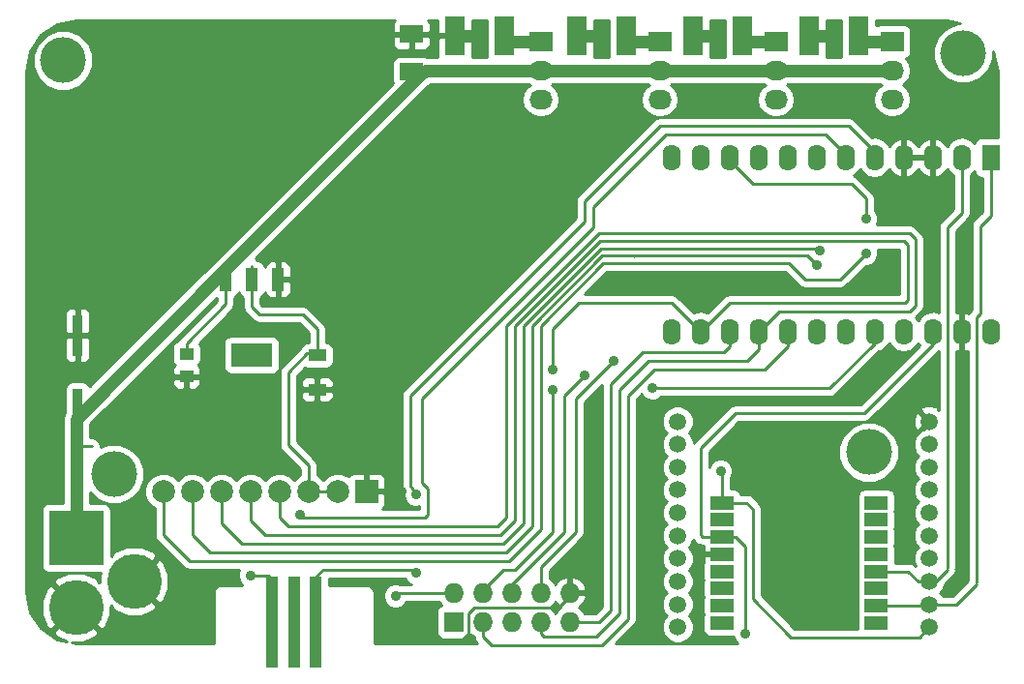
<source format=gtl>
G04 #@! TF.FileFunction,Copper,L1,Top,Signal*
%FSLAX46Y46*%
G04 Gerber Fmt 4.6, Leading zero omitted, Abs format (unit mm)*
G04 Created by KiCad (PCBNEW (2015-01-16 BZR 5376)-product) date 27/05/2015 14:11:43*
%MOMM*%
G01*
G04 APERTURE LIST*
%ADD10C,0.100000*%
%ADD11R,1.000000X8.000000*%
%ADD12R,2.032000X1.524000*%
%ADD13C,2.000000*%
%ADD14R,2.000000X2.000000*%
%ADD15R,1.574800X2.286000*%
%ADD16O,1.574800X2.286000*%
%ADD17R,1.727200X1.727200*%
%ADD18O,1.727200X1.727200*%
%ADD19C,4.800600*%
%ADD20R,4.800600X4.800600*%
%ADD21R,2.000000X1.200000*%
%ADD22R,3.657600X2.032000*%
%ADD23R,1.016000X2.032000*%
%ADD24R,2.032000X1.727200*%
%ADD25O,2.032000X1.727200*%
%ADD26C,1.500000*%
%ADD27R,1.780000X3.500000*%
%ADD28C,4.000000*%
%ADD29R,0.920000X3.600000*%
%ADD30R,1.600000X1.000000*%
%ADD31R,1.250000X1.000000*%
%ADD32C,0.889000*%
%ADD33C,1.100000*%
%ADD34C,0.254000*%
G04 APERTURE END LIST*
D10*
D11*
X114173000Y-125984000D03*
X116078000Y-125984000D03*
X117983000Y-125984000D03*
D12*
X126365000Y-77851000D03*
X126365000Y-74549000D03*
D13*
X104648000Y-114554000D03*
X107188000Y-114554000D03*
X109728000Y-114554000D03*
X112268000Y-114554000D03*
X114808000Y-114554000D03*
X117348000Y-114554000D03*
X119888000Y-114554000D03*
D14*
X122428000Y-114554000D03*
D15*
X177038000Y-85344000D03*
D16*
X174498000Y-85344000D03*
X171958000Y-85344000D03*
X169418000Y-85344000D03*
X166878000Y-85344000D03*
X164338000Y-85344000D03*
X161798000Y-85344000D03*
X159258000Y-85344000D03*
X156718000Y-85344000D03*
X154178000Y-85344000D03*
X151638000Y-85344000D03*
X149098000Y-85344000D03*
X149098000Y-100584000D03*
X151638000Y-100584000D03*
X154178000Y-100584000D03*
X156718000Y-100584000D03*
X159258000Y-100584000D03*
X161798000Y-100584000D03*
X164338000Y-100584000D03*
X166878000Y-100584000D03*
X169418000Y-100584000D03*
X171958000Y-100584000D03*
X174498000Y-100584000D03*
X177038000Y-100584000D03*
D17*
X130048000Y-125984000D03*
D18*
X130048000Y-123444000D03*
X132588000Y-125984000D03*
X132588000Y-123444000D03*
X135128000Y-125984000D03*
X135128000Y-123444000D03*
X137668000Y-125984000D03*
X137668000Y-123444000D03*
X140208000Y-125984000D03*
X140208000Y-123444000D03*
D19*
X97028000Y-124714000D03*
D20*
X97028000Y-118618000D03*
D19*
X102108000Y-122428000D03*
D21*
X167028000Y-126054000D03*
X167028000Y-124554000D03*
X167028000Y-123054000D03*
X167028000Y-121554000D03*
X167028000Y-120054000D03*
X167028000Y-118554000D03*
X167028000Y-117054000D03*
X167028000Y-115554000D03*
X153528000Y-115554000D03*
X153528000Y-117054000D03*
X153528000Y-118554000D03*
X153528000Y-120054000D03*
X153528000Y-121554000D03*
X153528000Y-123054000D03*
X153528000Y-124554000D03*
X153528000Y-126054000D03*
D22*
X112395000Y-102616000D03*
D23*
X112395000Y-96012000D03*
X110109000Y-96012000D03*
X114681000Y-96012000D03*
D24*
X148082000Y-75184000D03*
D25*
X148082000Y-77724000D03*
X148082000Y-80264000D03*
D24*
X158242000Y-75184000D03*
D25*
X158242000Y-77724000D03*
X158242000Y-80264000D03*
D24*
X168402000Y-75184000D03*
D25*
X168402000Y-77724000D03*
X168402000Y-80264000D03*
D24*
X137668000Y-75184000D03*
D25*
X137668000Y-77724000D03*
X137668000Y-80264000D03*
D26*
X171655000Y-126435000D03*
X171655000Y-124435000D03*
X171655000Y-122435000D03*
X171655000Y-120435000D03*
X171655000Y-118435000D03*
X171655000Y-116435000D03*
X171655000Y-114435000D03*
X171655000Y-112435000D03*
X171655000Y-110435000D03*
X171655000Y-108435000D03*
X149655000Y-108435000D03*
X149655000Y-110435000D03*
X149655000Y-112435000D03*
X149655000Y-114435000D03*
X149655000Y-116435000D03*
X149655000Y-118435000D03*
X149655000Y-120435000D03*
X149655000Y-122435000D03*
X149655000Y-124435000D03*
X149655000Y-126435000D03*
D27*
X165492000Y-74676000D03*
X161152000Y-74676000D03*
X145172000Y-74676000D03*
X140832000Y-74676000D03*
X155332000Y-74676000D03*
X150992000Y-74676000D03*
X134504000Y-74676000D03*
X130164000Y-74676000D03*
D28*
X95885000Y-76835000D03*
X174625000Y-76200000D03*
X100330000Y-113030000D03*
X166370000Y-111125000D03*
D29*
X97155000Y-107390000D03*
X97155000Y-100890000D03*
D30*
X118110000Y-105640000D03*
X118110000Y-102640000D03*
D31*
X106680000Y-102505000D03*
X106680000Y-104505000D03*
D32*
X163322000Y-74676000D03*
X153162000Y-74676000D03*
X143002000Y-74676000D03*
X132334000Y-74676000D03*
X121539000Y-110744000D03*
X141478000Y-120650000D03*
X143764000Y-96266000D03*
X138938000Y-91440000D03*
X126238000Y-124587000D03*
X125476000Y-114554000D03*
X151638000Y-120142000D03*
X160528000Y-120142000D03*
X112268000Y-121920000D03*
X124968000Y-123698000D03*
X153416000Y-112776000D03*
X126746000Y-121666000D03*
X126746000Y-114808000D03*
X116586000Y-116586000D03*
X162052000Y-93472000D03*
X166116000Y-90678000D03*
X166116000Y-93726000D03*
X161798000Y-94742000D03*
X138684000Y-103886000D03*
X144018000Y-103124000D03*
X141478000Y-104394000D03*
X147447000Y-105537000D03*
X138684000Y-105664000D03*
X155575000Y-127000000D03*
D33*
X161152000Y-74676000D02*
X163322000Y-74676000D01*
X150992000Y-74676000D02*
X153162000Y-74676000D01*
X140832000Y-74676000D02*
X143002000Y-74676000D01*
X130164000Y-74676000D02*
X132334000Y-74676000D01*
D34*
X171831000Y-88900000D02*
X171831000Y-85471000D01*
X171831000Y-85471000D02*
X171958000Y-85344000D01*
X171831000Y-88900000D02*
X172212000Y-88900000D01*
X122428000Y-114554000D02*
X122428000Y-111633000D01*
X122428000Y-111633000D02*
X121539000Y-110744000D01*
X140208000Y-123444000D02*
X140208000Y-121920000D01*
X140208000Y-121920000D02*
X141478000Y-120650000D01*
X140208000Y-123444000D02*
X140208000Y-123698000D01*
X138938000Y-91440000D02*
X125984000Y-91440000D01*
X125984000Y-91440000D02*
X122428000Y-94996000D01*
X122428000Y-94996000D02*
X122428000Y-111633000D01*
X154559000Y-96266000D02*
X143764000Y-96266000D01*
X131826000Y-124714000D02*
X131318000Y-125222000D01*
X131318000Y-125222000D02*
X131318000Y-127000000D01*
X131318000Y-127000000D02*
X130556000Y-127762000D01*
X130556000Y-127762000D02*
X127000000Y-127762000D01*
X127000000Y-127762000D02*
X126238000Y-127000000D01*
X126238000Y-127000000D02*
X126238000Y-124587000D01*
X140208000Y-123698000D02*
X139192000Y-124714000D01*
X139192000Y-124714000D02*
X131826000Y-124714000D01*
X125476000Y-114554000D02*
X123444000Y-114554000D01*
X123444000Y-114554000D02*
X122428000Y-114554000D01*
X151726000Y-120054000D02*
X151638000Y-120142000D01*
X153528000Y-120054000D02*
X151726000Y-120054000D01*
X126365000Y-77851000D02*
X126365000Y-78867000D01*
X126365000Y-78867000D02*
X126365000Y-78740000D01*
X126365000Y-78740000D02*
X126365000Y-78867000D01*
X126365000Y-77851000D02*
X127381000Y-77851000D01*
X127381000Y-77851000D02*
X127635000Y-77597000D01*
X127635000Y-77597000D02*
X127635000Y-77470000D01*
X127635000Y-77470000D02*
X127635000Y-77724000D01*
X97155000Y-107390000D02*
X97155000Y-109220000D01*
X97155000Y-109220000D02*
X97028000Y-109220000D01*
D33*
X158242000Y-77724000D02*
X168402000Y-77724000D01*
X158242000Y-77724000D02*
X152908000Y-77724000D01*
X152908000Y-77724000D02*
X147828000Y-77724000D01*
X136144000Y-77724000D02*
X137668000Y-77724000D01*
X137668000Y-77724000D02*
X142748000Y-77724000D01*
X142748000Y-77724000D02*
X147828000Y-77724000D01*
D34*
X97028000Y-110617000D02*
X98425000Y-110617000D01*
D33*
X97028000Y-118618000D02*
X97028000Y-110617000D01*
X127508000Y-77724000D02*
X127635000Y-77724000D01*
X126365000Y-78867000D02*
X127508000Y-77724000D01*
X127635000Y-77724000D02*
X136144000Y-77724000D01*
X115951000Y-89281000D02*
X126365000Y-78867000D01*
X110363000Y-94869000D02*
X115951000Y-89281000D01*
D34*
X137668000Y-77724000D02*
X136144000Y-77724000D01*
D33*
X97028000Y-108204000D02*
X110363000Y-94869000D01*
X97028000Y-110617000D02*
X97028000Y-109220000D01*
X97028000Y-109220000D02*
X97028000Y-108204000D01*
D34*
X137668000Y-77724000D02*
X131699000Y-77724000D01*
X131699000Y-77724000D02*
X131318000Y-78105000D01*
X106680000Y-101600000D02*
X106680000Y-102489000D01*
X110109000Y-98171000D02*
X106680000Y-101600000D01*
X110109000Y-96012000D02*
X110109000Y-95123000D01*
X110109000Y-95123000D02*
X110363000Y-94869000D01*
X110109000Y-96012000D02*
X110109000Y-98171000D01*
X112268000Y-121920000D02*
X113792000Y-121920000D01*
X113792000Y-121920000D02*
X114173000Y-122301000D01*
X114173000Y-122301000D02*
X114173000Y-125984000D01*
X114173000Y-123825000D02*
X114173000Y-125984000D01*
X117348000Y-113284000D02*
X117348000Y-114554000D01*
X117348000Y-114554000D02*
X119888000Y-114554000D01*
X118110000Y-100330000D02*
X118110000Y-102489000D01*
X115570000Y-104140000D02*
X115570000Y-110490000D01*
X115570000Y-110490000D02*
X117348000Y-112268000D01*
X117348000Y-112268000D02*
X117348000Y-114554000D01*
X117221000Y-102489000D02*
X115570000Y-104140000D01*
X118110000Y-102489000D02*
X117221000Y-102489000D01*
X159582000Y-127324000D02*
X156210000Y-123952000D01*
X161925000Y-127324000D02*
X161868000Y-127324000D01*
X161868000Y-127324000D02*
X159582000Y-127324000D01*
X170766000Y-127324000D02*
X171655000Y-126435000D01*
X161868000Y-127324000D02*
X170766000Y-127324000D01*
X124968000Y-123698000D02*
X125222000Y-123444000D01*
X125222000Y-123444000D02*
X130048000Y-123444000D01*
X116840000Y-99060000D02*
X118110000Y-100330000D01*
X113030000Y-99060000D02*
X116840000Y-99060000D01*
X112395000Y-98425000D02*
X113030000Y-99060000D01*
X112395000Y-94869000D02*
X112395000Y-96012000D01*
X112395000Y-96012000D02*
X112395000Y-98425000D01*
X156210000Y-123952000D02*
X156210000Y-116078000D01*
X156210000Y-116078000D02*
X155686000Y-115554000D01*
X155686000Y-115554000D02*
X153528000Y-115554000D01*
X153528000Y-112888000D02*
X153528000Y-115554000D01*
X153416000Y-112776000D02*
X153528000Y-112888000D01*
X133096000Y-99314000D02*
X126238000Y-106172000D01*
X141478000Y-90932000D02*
X133096000Y-99314000D01*
X141478000Y-89154000D02*
X141478000Y-90932000D01*
X148082000Y-82550000D02*
X141478000Y-89154000D01*
X164592000Y-82550000D02*
X148082000Y-82550000D01*
X166878000Y-84836000D02*
X164592000Y-82550000D01*
X118618000Y-121412000D02*
X117983000Y-122047000D01*
X126492000Y-121412000D02*
X118618000Y-121412000D01*
X126746000Y-121666000D02*
X126492000Y-121412000D01*
X126238000Y-114046000D02*
X126746000Y-114808000D01*
X126238000Y-106172000D02*
X126238000Y-114046000D01*
X117983000Y-122047000D02*
X117983000Y-125984000D01*
X166878000Y-85344000D02*
X166878000Y-84836000D01*
X164338000Y-85344000D02*
X164338000Y-85090000D01*
X127254000Y-113792000D02*
X127762000Y-114300000D01*
X142240000Y-91186000D02*
X142240000Y-91440000D01*
X127254000Y-113792000D02*
X127254000Y-106426000D01*
X164338000Y-85090000D02*
X162560000Y-83312000D01*
X162560000Y-83312000D02*
X148590000Y-83312000D01*
X148590000Y-83312000D02*
X142240000Y-89662000D01*
X142240000Y-89662000D02*
X142240000Y-91186000D01*
X142240000Y-91440000D02*
X127254000Y-106426000D01*
X127508000Y-116840000D02*
X116586000Y-116840000D01*
X127762000Y-116586000D02*
X127508000Y-116840000D01*
X127762000Y-114300000D02*
X127762000Y-116586000D01*
X116586000Y-116840000D02*
X116586000Y-116586000D01*
X169258000Y-124554000D02*
X167028000Y-124554000D01*
X176123600Y-98958400D02*
X175768000Y-99314000D01*
X175768000Y-99314000D02*
X175768000Y-122555000D01*
X176123600Y-91338400D02*
X177038000Y-90424000D01*
X177038000Y-85344000D02*
X177038000Y-90424000D01*
X176123600Y-91338400D02*
X176123600Y-98958400D01*
X171536000Y-124554000D02*
X171655000Y-124435000D01*
X171536000Y-124554000D02*
X169258000Y-124554000D01*
X174015000Y-124435000D02*
X175768000Y-122682000D01*
X171655000Y-124435000D02*
X174015000Y-124435000D01*
X174498000Y-90170000D02*
X173228000Y-91440000D01*
X174498000Y-89789000D02*
X174498000Y-85344000D01*
X174498000Y-89789000D02*
X174498000Y-90170000D01*
X173228000Y-91440000D02*
X173228000Y-121285000D01*
X170695000Y-122435000D02*
X171655000Y-122435000D01*
X172205000Y-122435000D02*
X173228000Y-121412000D01*
X171655000Y-122435000D02*
X172205000Y-122435000D01*
X169814000Y-121554000D02*
X170695000Y-122435000D01*
X168910000Y-121554000D02*
X169814000Y-121554000D01*
X169052000Y-121554000D02*
X168910000Y-121554000D01*
X168910000Y-121554000D02*
X167028000Y-121554000D01*
X161290000Y-93294200D02*
X160604200Y-93294200D01*
X161340800Y-93294200D02*
X161290000Y-93294200D01*
X160401000Y-93294200D02*
X160604200Y-93294200D01*
X142925800Y-93294200D02*
X136144000Y-100076000D01*
X136144000Y-100076000D02*
X136144000Y-117348000D01*
X136144000Y-117348000D02*
X134366000Y-119126000D01*
X134366000Y-119126000D02*
X111506000Y-119126000D01*
X111506000Y-119126000D02*
X109728000Y-117348000D01*
X109728000Y-117348000D02*
X109728000Y-114554000D01*
X160401000Y-93294200D02*
X142925800Y-93294200D01*
X161874200Y-93294200D02*
X162052000Y-93472000D01*
X161290000Y-93294200D02*
X161874200Y-93294200D01*
X154178000Y-85344000D02*
X154178000Y-85598000D01*
X156210000Y-87630000D02*
X154178000Y-85598000D01*
X156210000Y-87630000D02*
X164846000Y-87630000D01*
X164846000Y-87630000D02*
X166116000Y-88900000D01*
X166116000Y-88900000D02*
X166116000Y-90678000D01*
X166116000Y-93726000D02*
X163830000Y-96012000D01*
X163830000Y-96012000D02*
X160782000Y-96012000D01*
X160782000Y-96012000D02*
X159512000Y-94742000D01*
X143154400Y-94589600D02*
X137668000Y-100076000D01*
X137668000Y-100076000D02*
X137668000Y-117856000D01*
X137668000Y-117856000D02*
X134874000Y-120650000D01*
X134874000Y-120650000D02*
X106934000Y-120650000D01*
X106934000Y-120650000D02*
X104648000Y-118364000D01*
X104648000Y-114554000D02*
X104648000Y-118364000D01*
X146050000Y-94589600D02*
X145948400Y-94589600D01*
X145948400Y-94589600D02*
X143154400Y-94589600D01*
X146050000Y-94589600D02*
X159359600Y-94589600D01*
X159359600Y-94589600D02*
X159512000Y-94742000D01*
X145846800Y-93929200D02*
X143052800Y-93929200D01*
X107188000Y-118364000D02*
X107188000Y-114554000D01*
X108712000Y-119888000D02*
X107188000Y-118364000D01*
X134620000Y-119888000D02*
X108712000Y-119888000D01*
X136906000Y-117602000D02*
X134620000Y-119888000D01*
X136906000Y-100076000D02*
X136906000Y-117602000D01*
X143052800Y-93929200D02*
X136906000Y-100076000D01*
X145846800Y-93929200D02*
X145796000Y-93980000D01*
X160985200Y-93929200D02*
X161798000Y-94742000D01*
X145846800Y-93929200D02*
X160401000Y-93929200D01*
X160401000Y-93929200D02*
X160985200Y-93929200D01*
X149098000Y-98044000D02*
X140970000Y-98044000D01*
X140970000Y-98044000D02*
X138684000Y-100330000D01*
X138684000Y-100330000D02*
X138684000Y-103886000D01*
X151638000Y-100584000D02*
X149098000Y-98044000D01*
X166116000Y-98044000D02*
X169545000Y-98044000D01*
X166116000Y-98044000D02*
X154178000Y-98044000D01*
X154178000Y-98044000D02*
X151638000Y-100584000D01*
X169799000Y-92964000D02*
X169468800Y-92633800D01*
X169799000Y-97790000D02*
X169799000Y-92964000D01*
X169545000Y-98044000D02*
X169799000Y-97790000D01*
X146888200Y-92633800D02*
X142824200Y-92633800D01*
X160401000Y-92633800D02*
X146888200Y-92633800D01*
X112268000Y-114554000D02*
X112268000Y-117094000D01*
X113538000Y-118364000D02*
X112268000Y-117094000D01*
X134112000Y-118364000D02*
X113538000Y-118364000D01*
X135382000Y-117094000D02*
X134112000Y-118364000D01*
X135382000Y-100076000D02*
X135382000Y-117094000D01*
X142824200Y-92633800D02*
X135382000Y-100076000D01*
X160401000Y-92633800D02*
X169468800Y-92633800D01*
X154178000Y-100584000D02*
X154178000Y-101854000D01*
X142748000Y-125984000D02*
X140208000Y-125984000D01*
X143764000Y-124968000D02*
X142748000Y-125984000D01*
X143764000Y-105156000D02*
X143764000Y-124968000D01*
X146558000Y-102362000D02*
X143764000Y-105156000D01*
X153670000Y-102362000D02*
X146558000Y-102362000D01*
X154178000Y-101854000D02*
X153670000Y-102362000D01*
X156718000Y-100584000D02*
X156718000Y-102108000D01*
X137668000Y-127000000D02*
X137668000Y-125984000D01*
X137922000Y-127254000D02*
X137668000Y-127000000D01*
X156718000Y-102108000D02*
X155702000Y-103124000D01*
X146812000Y-91948000D02*
X142748000Y-91948000D01*
X146837400Y-91973400D02*
X146812000Y-91948000D01*
X160401000Y-91973400D02*
X146837400Y-91973400D01*
X142748000Y-91948000D02*
X134620000Y-100076000D01*
X114808000Y-116840000D02*
X114808000Y-114554000D01*
X115570000Y-117602000D02*
X114808000Y-116840000D01*
X133858000Y-117602000D02*
X115570000Y-117602000D01*
X134620000Y-116840000D02*
X133858000Y-117602000D01*
X134620000Y-100076000D02*
X134620000Y-116840000D01*
X169951400Y-91973400D02*
X170434000Y-92456000D01*
X170434000Y-92456000D02*
X170434000Y-98298000D01*
X170434000Y-98298000D02*
X169926000Y-98806000D01*
X169926000Y-98806000D02*
X166370000Y-98806000D01*
X156718000Y-100584000D02*
X158496000Y-98806000D01*
X166370000Y-98806000D02*
X158496000Y-98806000D01*
X160401000Y-91973400D02*
X169951400Y-91973400D01*
X155702000Y-103124000D02*
X147066000Y-103124000D01*
X147066000Y-103124000D02*
X144526000Y-105664000D01*
X144526000Y-105664000D02*
X144526000Y-125222000D01*
X142494000Y-127254000D02*
X137922000Y-127254000D01*
X144526000Y-125222000D02*
X142494000Y-127254000D01*
X159258000Y-100584000D02*
X159258000Y-101854000D01*
X132588000Y-127254000D02*
X132588000Y-125984000D01*
X133350000Y-128016000D02*
X132588000Y-127254000D01*
X159258000Y-101854000D02*
X157226000Y-103886000D01*
X157226000Y-103886000D02*
X147574000Y-103886000D01*
X147574000Y-103886000D02*
X145288000Y-106172000D01*
X145288000Y-106172000D02*
X145288000Y-125730000D01*
X143002000Y-128016000D02*
X133350000Y-128016000D01*
X145288000Y-125730000D02*
X143002000Y-128016000D01*
X140716000Y-118110000D02*
X140716000Y-106426000D01*
X140716000Y-106426000D02*
X144018000Y-103124000D01*
X137668000Y-123444000D02*
X137668000Y-121158000D01*
X137668000Y-121158000D02*
X140716000Y-118110000D01*
X137668000Y-123444000D02*
X137922000Y-123444000D01*
X141478000Y-104394000D02*
X139700000Y-106172000D01*
X139700000Y-106172000D02*
X139700000Y-118110000D01*
X135128000Y-123444000D02*
X135128000Y-122682000D01*
X135128000Y-122682000D02*
X139700000Y-118110000D01*
X166878000Y-100584000D02*
X166878000Y-101600000D01*
X166878000Y-101600000D02*
X162941000Y-105537000D01*
X162941000Y-105537000D02*
X147447000Y-105537000D01*
X135382000Y-121412000D02*
X138684000Y-118110000D01*
X134366000Y-121412000D02*
X135382000Y-121412000D01*
X134366000Y-121412000D02*
X132588000Y-123190000D01*
X138684000Y-105664000D02*
X138684000Y-118110000D01*
X132588000Y-123444000D02*
X132588000Y-123190000D01*
X171958000Y-100584000D02*
X171958000Y-101727000D01*
X155956000Y-107696000D02*
X155829000Y-107696000D01*
X165989000Y-107696000D02*
X155956000Y-107696000D01*
X171958000Y-101727000D02*
X165989000Y-107696000D01*
X151828000Y-118554000D02*
X153528000Y-118554000D01*
X151638000Y-118364000D02*
X151828000Y-118554000D01*
X151638000Y-110744000D02*
X151638000Y-118364000D01*
X154686000Y-107696000D02*
X151638000Y-110744000D01*
X155956000Y-107696000D02*
X154686000Y-107696000D01*
X155575000Y-127000000D02*
X155575000Y-119380000D01*
X155575000Y-119380000D02*
X154749000Y-118554000D01*
X154749000Y-118554000D02*
X153528000Y-118554000D01*
D33*
X168402000Y-75184000D02*
X166000000Y-75184000D01*
X166000000Y-75184000D02*
X165492000Y-74676000D01*
X148082000Y-75184000D02*
X145680000Y-75184000D01*
X145680000Y-75184000D02*
X145172000Y-74676000D01*
X158242000Y-75184000D02*
X155840000Y-75184000D01*
X155840000Y-75184000D02*
X155332000Y-74676000D01*
X137668000Y-75184000D02*
X135012000Y-75184000D01*
X135012000Y-75184000D02*
X134504000Y-74676000D01*
D34*
G36*
X132095369Y-127839000D02*
X123113000Y-127839000D01*
X123113000Y-124714000D01*
X123113000Y-123444000D01*
X123060857Y-123181862D01*
X122912368Y-122959632D01*
X122690138Y-122811143D01*
X122428000Y-122759000D01*
X119130440Y-122759000D01*
X119130440Y-122174000D01*
X125787880Y-122174000D01*
X125830311Y-122276689D01*
X126133714Y-122580622D01*
X126377858Y-122682000D01*
X125336141Y-122682000D01*
X125183668Y-122618687D01*
X124754216Y-122618313D01*
X124357311Y-122782311D01*
X124053378Y-123085714D01*
X123888687Y-123482332D01*
X123888313Y-123911784D01*
X124052311Y-124308689D01*
X124355714Y-124612622D01*
X124752332Y-124777313D01*
X125181784Y-124777687D01*
X125578689Y-124613689D01*
X125882622Y-124310286D01*
X125925925Y-124206000D01*
X128769816Y-124206000D01*
X128975300Y-124513529D01*
X128942277Y-124519937D01*
X128729473Y-124659727D01*
X128587023Y-124870760D01*
X128536960Y-125120400D01*
X128536960Y-126847600D01*
X128583937Y-127089723D01*
X128723727Y-127302527D01*
X128934760Y-127444977D01*
X129184400Y-127495040D01*
X130911600Y-127495040D01*
X131153723Y-127448063D01*
X131366527Y-127308273D01*
X131508977Y-127097240D01*
X131517179Y-127056340D01*
X131528330Y-127073029D01*
X131830112Y-127274673D01*
X131884004Y-127545605D01*
X132049185Y-127792815D01*
X132095369Y-127839000D01*
X132095369Y-127839000D01*
G37*
X132095369Y-127839000D02*
X123113000Y-127839000D01*
X123113000Y-124714000D01*
X123113000Y-123444000D01*
X123060857Y-123181862D01*
X122912368Y-122959632D01*
X122690138Y-122811143D01*
X122428000Y-122759000D01*
X119130440Y-122759000D01*
X119130440Y-122174000D01*
X125787880Y-122174000D01*
X125830311Y-122276689D01*
X126133714Y-122580622D01*
X126377858Y-122682000D01*
X125336141Y-122682000D01*
X125183668Y-122618687D01*
X124754216Y-122618313D01*
X124357311Y-122782311D01*
X124053378Y-123085714D01*
X123888687Y-123482332D01*
X123888313Y-123911784D01*
X124052311Y-124308689D01*
X124355714Y-124612622D01*
X124752332Y-124777313D01*
X125181784Y-124777687D01*
X125578689Y-124613689D01*
X125882622Y-124310286D01*
X125925925Y-124206000D01*
X128769816Y-124206000D01*
X128975300Y-124513529D01*
X128942277Y-124519937D01*
X128729473Y-124659727D01*
X128587023Y-124870760D01*
X128536960Y-125120400D01*
X128536960Y-126847600D01*
X128583937Y-127089723D01*
X128723727Y-127302527D01*
X128934760Y-127444977D01*
X129184400Y-127495040D01*
X130911600Y-127495040D01*
X131153723Y-127448063D01*
X131366527Y-127308273D01*
X131508977Y-127097240D01*
X131517179Y-127056340D01*
X131528330Y-127073029D01*
X131830112Y-127274673D01*
X131884004Y-127545605D01*
X132049185Y-127792815D01*
X132095369Y-127839000D01*
G36*
X132988484Y-76539000D02*
X131689000Y-76539000D01*
X131689000Y-74961750D01*
X131530250Y-74803000D01*
X130291000Y-74803000D01*
X130291000Y-74823000D01*
X130037000Y-74823000D01*
X130037000Y-74803000D01*
X128797750Y-74803000D01*
X128639000Y-74961750D01*
X128639000Y-76539000D01*
X128016000Y-76539000D01*
X128016000Y-75437309D01*
X128016000Y-74834750D01*
X127857250Y-74676000D01*
X126492000Y-74676000D01*
X126492000Y-75787250D01*
X126650750Y-75946000D01*
X127254691Y-75946000D01*
X127507310Y-75946000D01*
X127740699Y-75849327D01*
X127919327Y-75670698D01*
X128016000Y-75437309D01*
X128016000Y-76539000D01*
X127700826Y-76539000D01*
X127630640Y-76491623D01*
X127381000Y-76441560D01*
X126238000Y-76441560D01*
X126238000Y-75787250D01*
X126238000Y-74676000D01*
X124872750Y-74676000D01*
X124714000Y-74834750D01*
X124714000Y-75437309D01*
X124810673Y-75670698D01*
X124989301Y-75849327D01*
X125222690Y-75946000D01*
X125475309Y-75946000D01*
X126079250Y-75946000D01*
X126238000Y-75787250D01*
X126238000Y-76441560D01*
X125349000Y-76441560D01*
X125106877Y-76488537D01*
X124894073Y-76628327D01*
X124751623Y-76839360D01*
X124701560Y-77089000D01*
X124701560Y-78613000D01*
X124740817Y-78815338D01*
X115113078Y-88443078D01*
X115113075Y-88443081D01*
X109525078Y-94031078D01*
X109525075Y-94031081D01*
X98520457Y-105035698D01*
X98520457Y-76313166D01*
X98120147Y-75344342D01*
X97379557Y-74602458D01*
X96411433Y-74200458D01*
X95363166Y-74199543D01*
X94394342Y-74599853D01*
X93652458Y-75340443D01*
X93250458Y-76308567D01*
X93249543Y-77356834D01*
X93649853Y-78325658D01*
X94390443Y-79067542D01*
X95358567Y-79469542D01*
X96406834Y-79470457D01*
X97375658Y-79070147D01*
X98117542Y-78329557D01*
X98519542Y-77361433D01*
X98520457Y-76313166D01*
X98520457Y-105035698D01*
X98250000Y-105306155D01*
X98250000Y-102816310D01*
X98250000Y-102563691D01*
X98250000Y-101175750D01*
X98250000Y-100604250D01*
X98250000Y-99216309D01*
X98250000Y-98963690D01*
X98153327Y-98730301D01*
X97974698Y-98551673D01*
X97741309Y-98455000D01*
X97440750Y-98455000D01*
X97282000Y-98613750D01*
X97282000Y-100763000D01*
X98091250Y-100763000D01*
X98250000Y-100604250D01*
X98250000Y-101175750D01*
X98091250Y-101017000D01*
X97282000Y-101017000D01*
X97282000Y-103166250D01*
X97440750Y-103325000D01*
X97741309Y-103325000D01*
X97974698Y-103228327D01*
X98153327Y-103049699D01*
X98250000Y-102816310D01*
X98250000Y-105306155D01*
X98212614Y-105343541D01*
X98075673Y-105135073D01*
X97864640Y-104992623D01*
X97615000Y-104942560D01*
X97028000Y-104942560D01*
X97028000Y-103166250D01*
X97028000Y-101017000D01*
X97028000Y-100763000D01*
X97028000Y-98613750D01*
X96869250Y-98455000D01*
X96568691Y-98455000D01*
X96335302Y-98551673D01*
X96156673Y-98730301D01*
X96060000Y-98963690D01*
X96060000Y-99216309D01*
X96060000Y-100604250D01*
X96218750Y-100763000D01*
X97028000Y-100763000D01*
X97028000Y-101017000D01*
X96218750Y-101017000D01*
X96060000Y-101175750D01*
X96060000Y-102563691D01*
X96060000Y-102816310D01*
X96156673Y-103049699D01*
X96335302Y-103228327D01*
X96568691Y-103325000D01*
X96869250Y-103325000D01*
X97028000Y-103166250D01*
X97028000Y-104942560D01*
X96695000Y-104942560D01*
X96452877Y-104989537D01*
X96240073Y-105129327D01*
X96097623Y-105340360D01*
X96047560Y-105590000D01*
X96047560Y-107579372D01*
X95933203Y-107750520D01*
X95842999Y-108204000D01*
X95843000Y-108204005D01*
X95843000Y-109220000D01*
X95843000Y-110617000D01*
X95843000Y-115570260D01*
X94627700Y-115570260D01*
X94385577Y-115617237D01*
X94172773Y-115757027D01*
X94030323Y-115968060D01*
X93980260Y-116217700D01*
X93980260Y-121018300D01*
X94027237Y-121260423D01*
X94167027Y-121473227D01*
X94378060Y-121615677D01*
X94627700Y-121665740D01*
X99139180Y-121665740D01*
X99071631Y-121829642D01*
X99072804Y-122489587D01*
X99012329Y-122550062D01*
X98742779Y-122137743D01*
X97626358Y-121677631D01*
X96418843Y-121679779D01*
X95313221Y-122137743D01*
X95043670Y-122550064D01*
X97028000Y-124534395D01*
X97042142Y-124520252D01*
X97221747Y-124699857D01*
X97207605Y-124714000D01*
X99191936Y-126698330D01*
X99604257Y-126428779D01*
X100064369Y-125312358D01*
X100063194Y-124652413D01*
X100123670Y-124591937D01*
X100393221Y-125004257D01*
X101509642Y-125464369D01*
X102717157Y-125462221D01*
X103822779Y-125004257D01*
X104092330Y-124591936D01*
X102108000Y-122607605D01*
X102093857Y-122621747D01*
X101914252Y-122442142D01*
X101928395Y-122428000D01*
X101914252Y-122413857D01*
X102093857Y-122234252D01*
X102108000Y-122248395D01*
X104092330Y-120264064D01*
X103822779Y-119851743D01*
X102706358Y-119391631D01*
X101498843Y-119393779D01*
X100393221Y-119851743D01*
X100123670Y-120264062D01*
X100075740Y-120216132D01*
X100075740Y-116217700D01*
X100028763Y-115975577D01*
X99888973Y-115762773D01*
X99677940Y-115620323D01*
X99428300Y-115570260D01*
X98213000Y-115570260D01*
X98213000Y-114639011D01*
X98835443Y-115262542D01*
X99803567Y-115664542D01*
X100851834Y-115665457D01*
X101820658Y-115265147D01*
X102562542Y-114524557D01*
X102964542Y-113556433D01*
X102965457Y-112508166D01*
X102565147Y-111539342D01*
X101824557Y-110797458D01*
X100856433Y-110395458D01*
X99808166Y-110394543D01*
X99179587Y-110654266D01*
X99187000Y-110617000D01*
X99128996Y-110325395D01*
X98963815Y-110078185D01*
X98716605Y-109913004D01*
X98425000Y-109855000D01*
X98213000Y-109855000D01*
X98213000Y-109436533D01*
X98262440Y-109190000D01*
X98262440Y-108645403D01*
X109310229Y-97597613D01*
X109347000Y-97622433D01*
X109347000Y-97855369D01*
X106141185Y-101061185D01*
X105976004Y-101308395D01*
X105962660Y-101375475D01*
X105812877Y-101404537D01*
X105600073Y-101544327D01*
X105457623Y-101755360D01*
X105407560Y-102005000D01*
X105407560Y-103005000D01*
X105454537Y-103247123D01*
X105594327Y-103459927D01*
X105658637Y-103503337D01*
X105516673Y-103645302D01*
X105420000Y-103878691D01*
X105420000Y-104219250D01*
X105578750Y-104378000D01*
X106553000Y-104378000D01*
X106553000Y-104358000D01*
X106807000Y-104358000D01*
X106807000Y-104378000D01*
X107781250Y-104378000D01*
X107940000Y-104219250D01*
X107940000Y-103878691D01*
X107843327Y-103645302D01*
X107701849Y-103503823D01*
X107759927Y-103465673D01*
X107902377Y-103254640D01*
X107952440Y-103005000D01*
X107952440Y-102005000D01*
X107905463Y-101762877D01*
X107782278Y-101575351D01*
X110647815Y-98709816D01*
X110647815Y-98709815D01*
X110812996Y-98462605D01*
X110870999Y-98171000D01*
X110871000Y-98171000D01*
X110871000Y-97620661D01*
X111071927Y-97488673D01*
X111214377Y-97277640D01*
X111251794Y-97091057D01*
X111286537Y-97270123D01*
X111426327Y-97482927D01*
X111633000Y-97622433D01*
X111633000Y-98425000D01*
X111691004Y-98716605D01*
X111856185Y-98963815D01*
X112491185Y-99598816D01*
X112639376Y-99697834D01*
X112738395Y-99763996D01*
X112738396Y-99763996D01*
X113030000Y-99822000D01*
X116524369Y-99822000D01*
X117348000Y-100645630D01*
X117348000Y-101492560D01*
X117310000Y-101492560D01*
X117067877Y-101539537D01*
X116855073Y-101679327D01*
X116712623Y-101890360D01*
X116703479Y-101935955D01*
X116703478Y-101935956D01*
X116682185Y-101950184D01*
X115031185Y-103601185D01*
X114871240Y-103840558D01*
X114871240Y-103632000D01*
X114871240Y-101600000D01*
X114824263Y-101357877D01*
X114684473Y-101145073D01*
X114473440Y-101002623D01*
X114223800Y-100952560D01*
X110566200Y-100952560D01*
X110324077Y-100999537D01*
X110111273Y-101139327D01*
X109968823Y-101350360D01*
X109918760Y-101600000D01*
X109918760Y-103632000D01*
X109965737Y-103874123D01*
X110105527Y-104086927D01*
X110316560Y-104229377D01*
X110566200Y-104279440D01*
X114223800Y-104279440D01*
X114465923Y-104232463D01*
X114678727Y-104092673D01*
X114821177Y-103881640D01*
X114871240Y-103632000D01*
X114871240Y-103840558D01*
X114866004Y-103848395D01*
X114808000Y-104140000D01*
X114808000Y-110490000D01*
X114866004Y-110781605D01*
X115031185Y-111028815D01*
X116586000Y-112583630D01*
X116586000Y-113099779D01*
X116423057Y-113167106D01*
X116077800Y-113511759D01*
X115735363Y-113168722D01*
X115134648Y-112919284D01*
X114484205Y-112918716D01*
X113883057Y-113167106D01*
X113537800Y-113511759D01*
X113195363Y-113168722D01*
X112594648Y-112919284D01*
X111944205Y-112918716D01*
X111343057Y-113167106D01*
X110997800Y-113511759D01*
X110655363Y-113168722D01*
X110054648Y-112919284D01*
X109404205Y-112918716D01*
X108803057Y-113167106D01*
X108457800Y-113511759D01*
X108115363Y-113168722D01*
X107940000Y-113095905D01*
X107940000Y-105131309D01*
X107940000Y-104790750D01*
X107781250Y-104632000D01*
X106807000Y-104632000D01*
X106807000Y-105481250D01*
X106965750Y-105640000D01*
X107178691Y-105640000D01*
X107431310Y-105640000D01*
X107664699Y-105543327D01*
X107843327Y-105364698D01*
X107940000Y-105131309D01*
X107940000Y-113095905D01*
X107514648Y-112919284D01*
X106864205Y-112918716D01*
X106553000Y-113047303D01*
X106553000Y-105481250D01*
X106553000Y-104632000D01*
X105578750Y-104632000D01*
X105420000Y-104790750D01*
X105420000Y-105131309D01*
X105516673Y-105364698D01*
X105695301Y-105543327D01*
X105928690Y-105640000D01*
X106181309Y-105640000D01*
X106394250Y-105640000D01*
X106553000Y-105481250D01*
X106553000Y-113047303D01*
X106263057Y-113167106D01*
X105917800Y-113511759D01*
X105575363Y-113168722D01*
X104974648Y-112919284D01*
X104324205Y-112918716D01*
X103723057Y-113167106D01*
X103262722Y-113626637D01*
X103013284Y-114227352D01*
X103012716Y-114877795D01*
X103261106Y-115478943D01*
X103720637Y-115939278D01*
X103886000Y-116007942D01*
X103886000Y-118364000D01*
X103944004Y-118655605D01*
X104109185Y-118902815D01*
X106395184Y-121188815D01*
X106395185Y-121188815D01*
X106642395Y-121353996D01*
X106934000Y-121412000D01*
X111310074Y-121412000D01*
X111188687Y-121704332D01*
X111188313Y-122133784D01*
X111352311Y-122530689D01*
X111580223Y-122759000D01*
X109728000Y-122759000D01*
X109465862Y-122811143D01*
X109243632Y-122959632D01*
X109095143Y-123181862D01*
X109043000Y-123444000D01*
X109043000Y-124714000D01*
X109043000Y-127839000D01*
X105144369Y-127839000D01*
X105144369Y-123026358D01*
X105142221Y-121818843D01*
X104684257Y-120713221D01*
X104271936Y-120443670D01*
X104092330Y-120623275D01*
X102287605Y-122428000D01*
X104271936Y-124412330D01*
X104684257Y-124142779D01*
X105144369Y-123026358D01*
X105144369Y-127839000D01*
X104092330Y-127839000D01*
X97095467Y-127839000D01*
X96647936Y-127749980D01*
X97637157Y-127748221D01*
X98742779Y-127290257D01*
X99012330Y-126877936D01*
X97028000Y-124893605D01*
X96848395Y-125073210D01*
X96848395Y-124714000D01*
X94864064Y-122729670D01*
X94451743Y-122999221D01*
X93991631Y-124115642D01*
X93993779Y-125323157D01*
X94451743Y-126428779D01*
X94864064Y-126698330D01*
X96848395Y-124714000D01*
X96848395Y-125073210D01*
X95043670Y-126877936D01*
X95313221Y-127290257D01*
X96224173Y-127665688D01*
X95351241Y-127492051D01*
X93929754Y-126542243D01*
X92979947Y-125120757D01*
X92633000Y-123376532D01*
X92633000Y-77791467D01*
X92979947Y-76047242D01*
X93929754Y-74625756D01*
X95351241Y-73675948D01*
X97095467Y-73329000D01*
X124908974Y-73329000D01*
X124810673Y-73427302D01*
X124714000Y-73660691D01*
X124714000Y-74263250D01*
X124872750Y-74422000D01*
X126238000Y-74422000D01*
X126238000Y-74402000D01*
X126492000Y-74402000D01*
X126492000Y-74422000D01*
X127857250Y-74422000D01*
X128016000Y-74263250D01*
X128016000Y-73660691D01*
X127919327Y-73427302D01*
X127821025Y-73329000D01*
X128639000Y-73329000D01*
X128639000Y-74390250D01*
X128797750Y-74549000D01*
X130037000Y-74549000D01*
X130037000Y-74529000D01*
X130291000Y-74529000D01*
X130291000Y-74549000D01*
X131530250Y-74549000D01*
X131689000Y-74390250D01*
X131689000Y-73329000D01*
X132966560Y-73329000D01*
X132966560Y-76426000D01*
X132988484Y-76539000D01*
X132988484Y-76539000D01*
G37*
X132988484Y-76539000D02*
X131689000Y-76539000D01*
X131689000Y-74961750D01*
X131530250Y-74803000D01*
X130291000Y-74803000D01*
X130291000Y-74823000D01*
X130037000Y-74823000D01*
X130037000Y-74803000D01*
X128797750Y-74803000D01*
X128639000Y-74961750D01*
X128639000Y-76539000D01*
X128016000Y-76539000D01*
X128016000Y-75437309D01*
X128016000Y-74834750D01*
X127857250Y-74676000D01*
X126492000Y-74676000D01*
X126492000Y-75787250D01*
X126650750Y-75946000D01*
X127254691Y-75946000D01*
X127507310Y-75946000D01*
X127740699Y-75849327D01*
X127919327Y-75670698D01*
X128016000Y-75437309D01*
X128016000Y-76539000D01*
X127700826Y-76539000D01*
X127630640Y-76491623D01*
X127381000Y-76441560D01*
X126238000Y-76441560D01*
X126238000Y-75787250D01*
X126238000Y-74676000D01*
X124872750Y-74676000D01*
X124714000Y-74834750D01*
X124714000Y-75437309D01*
X124810673Y-75670698D01*
X124989301Y-75849327D01*
X125222690Y-75946000D01*
X125475309Y-75946000D01*
X126079250Y-75946000D01*
X126238000Y-75787250D01*
X126238000Y-76441560D01*
X125349000Y-76441560D01*
X125106877Y-76488537D01*
X124894073Y-76628327D01*
X124751623Y-76839360D01*
X124701560Y-77089000D01*
X124701560Y-78613000D01*
X124740817Y-78815338D01*
X115113078Y-88443078D01*
X115113075Y-88443081D01*
X109525078Y-94031078D01*
X109525075Y-94031081D01*
X98520457Y-105035698D01*
X98520457Y-76313166D01*
X98120147Y-75344342D01*
X97379557Y-74602458D01*
X96411433Y-74200458D01*
X95363166Y-74199543D01*
X94394342Y-74599853D01*
X93652458Y-75340443D01*
X93250458Y-76308567D01*
X93249543Y-77356834D01*
X93649853Y-78325658D01*
X94390443Y-79067542D01*
X95358567Y-79469542D01*
X96406834Y-79470457D01*
X97375658Y-79070147D01*
X98117542Y-78329557D01*
X98519542Y-77361433D01*
X98520457Y-76313166D01*
X98520457Y-105035698D01*
X98250000Y-105306155D01*
X98250000Y-102816310D01*
X98250000Y-102563691D01*
X98250000Y-101175750D01*
X98250000Y-100604250D01*
X98250000Y-99216309D01*
X98250000Y-98963690D01*
X98153327Y-98730301D01*
X97974698Y-98551673D01*
X97741309Y-98455000D01*
X97440750Y-98455000D01*
X97282000Y-98613750D01*
X97282000Y-100763000D01*
X98091250Y-100763000D01*
X98250000Y-100604250D01*
X98250000Y-101175750D01*
X98091250Y-101017000D01*
X97282000Y-101017000D01*
X97282000Y-103166250D01*
X97440750Y-103325000D01*
X97741309Y-103325000D01*
X97974698Y-103228327D01*
X98153327Y-103049699D01*
X98250000Y-102816310D01*
X98250000Y-105306155D01*
X98212614Y-105343541D01*
X98075673Y-105135073D01*
X97864640Y-104992623D01*
X97615000Y-104942560D01*
X97028000Y-104942560D01*
X97028000Y-103166250D01*
X97028000Y-101017000D01*
X97028000Y-100763000D01*
X97028000Y-98613750D01*
X96869250Y-98455000D01*
X96568691Y-98455000D01*
X96335302Y-98551673D01*
X96156673Y-98730301D01*
X96060000Y-98963690D01*
X96060000Y-99216309D01*
X96060000Y-100604250D01*
X96218750Y-100763000D01*
X97028000Y-100763000D01*
X97028000Y-101017000D01*
X96218750Y-101017000D01*
X96060000Y-101175750D01*
X96060000Y-102563691D01*
X96060000Y-102816310D01*
X96156673Y-103049699D01*
X96335302Y-103228327D01*
X96568691Y-103325000D01*
X96869250Y-103325000D01*
X97028000Y-103166250D01*
X97028000Y-104942560D01*
X96695000Y-104942560D01*
X96452877Y-104989537D01*
X96240073Y-105129327D01*
X96097623Y-105340360D01*
X96047560Y-105590000D01*
X96047560Y-107579372D01*
X95933203Y-107750520D01*
X95842999Y-108204000D01*
X95843000Y-108204005D01*
X95843000Y-109220000D01*
X95843000Y-110617000D01*
X95843000Y-115570260D01*
X94627700Y-115570260D01*
X94385577Y-115617237D01*
X94172773Y-115757027D01*
X94030323Y-115968060D01*
X93980260Y-116217700D01*
X93980260Y-121018300D01*
X94027237Y-121260423D01*
X94167027Y-121473227D01*
X94378060Y-121615677D01*
X94627700Y-121665740D01*
X99139180Y-121665740D01*
X99071631Y-121829642D01*
X99072804Y-122489587D01*
X99012329Y-122550062D01*
X98742779Y-122137743D01*
X97626358Y-121677631D01*
X96418843Y-121679779D01*
X95313221Y-122137743D01*
X95043670Y-122550064D01*
X97028000Y-124534395D01*
X97042142Y-124520252D01*
X97221747Y-124699857D01*
X97207605Y-124714000D01*
X99191936Y-126698330D01*
X99604257Y-126428779D01*
X100064369Y-125312358D01*
X100063194Y-124652413D01*
X100123670Y-124591937D01*
X100393221Y-125004257D01*
X101509642Y-125464369D01*
X102717157Y-125462221D01*
X103822779Y-125004257D01*
X104092330Y-124591936D01*
X102108000Y-122607605D01*
X102093857Y-122621747D01*
X101914252Y-122442142D01*
X101928395Y-122428000D01*
X101914252Y-122413857D01*
X102093857Y-122234252D01*
X102108000Y-122248395D01*
X104092330Y-120264064D01*
X103822779Y-119851743D01*
X102706358Y-119391631D01*
X101498843Y-119393779D01*
X100393221Y-119851743D01*
X100123670Y-120264062D01*
X100075740Y-120216132D01*
X100075740Y-116217700D01*
X100028763Y-115975577D01*
X99888973Y-115762773D01*
X99677940Y-115620323D01*
X99428300Y-115570260D01*
X98213000Y-115570260D01*
X98213000Y-114639011D01*
X98835443Y-115262542D01*
X99803567Y-115664542D01*
X100851834Y-115665457D01*
X101820658Y-115265147D01*
X102562542Y-114524557D01*
X102964542Y-113556433D01*
X102965457Y-112508166D01*
X102565147Y-111539342D01*
X101824557Y-110797458D01*
X100856433Y-110395458D01*
X99808166Y-110394543D01*
X99179587Y-110654266D01*
X99187000Y-110617000D01*
X99128996Y-110325395D01*
X98963815Y-110078185D01*
X98716605Y-109913004D01*
X98425000Y-109855000D01*
X98213000Y-109855000D01*
X98213000Y-109436533D01*
X98262440Y-109190000D01*
X98262440Y-108645403D01*
X109310229Y-97597613D01*
X109347000Y-97622433D01*
X109347000Y-97855369D01*
X106141185Y-101061185D01*
X105976004Y-101308395D01*
X105962660Y-101375475D01*
X105812877Y-101404537D01*
X105600073Y-101544327D01*
X105457623Y-101755360D01*
X105407560Y-102005000D01*
X105407560Y-103005000D01*
X105454537Y-103247123D01*
X105594327Y-103459927D01*
X105658637Y-103503337D01*
X105516673Y-103645302D01*
X105420000Y-103878691D01*
X105420000Y-104219250D01*
X105578750Y-104378000D01*
X106553000Y-104378000D01*
X106553000Y-104358000D01*
X106807000Y-104358000D01*
X106807000Y-104378000D01*
X107781250Y-104378000D01*
X107940000Y-104219250D01*
X107940000Y-103878691D01*
X107843327Y-103645302D01*
X107701849Y-103503823D01*
X107759927Y-103465673D01*
X107902377Y-103254640D01*
X107952440Y-103005000D01*
X107952440Y-102005000D01*
X107905463Y-101762877D01*
X107782278Y-101575351D01*
X110647815Y-98709816D01*
X110647815Y-98709815D01*
X110812996Y-98462605D01*
X110870999Y-98171000D01*
X110871000Y-98171000D01*
X110871000Y-97620661D01*
X111071927Y-97488673D01*
X111214377Y-97277640D01*
X111251794Y-97091057D01*
X111286537Y-97270123D01*
X111426327Y-97482927D01*
X111633000Y-97622433D01*
X111633000Y-98425000D01*
X111691004Y-98716605D01*
X111856185Y-98963815D01*
X112491185Y-99598816D01*
X112639376Y-99697834D01*
X112738395Y-99763996D01*
X112738396Y-99763996D01*
X113030000Y-99822000D01*
X116524369Y-99822000D01*
X117348000Y-100645630D01*
X117348000Y-101492560D01*
X117310000Y-101492560D01*
X117067877Y-101539537D01*
X116855073Y-101679327D01*
X116712623Y-101890360D01*
X116703479Y-101935955D01*
X116703478Y-101935956D01*
X116682185Y-101950184D01*
X115031185Y-103601185D01*
X114871240Y-103840558D01*
X114871240Y-103632000D01*
X114871240Y-101600000D01*
X114824263Y-101357877D01*
X114684473Y-101145073D01*
X114473440Y-101002623D01*
X114223800Y-100952560D01*
X110566200Y-100952560D01*
X110324077Y-100999537D01*
X110111273Y-101139327D01*
X109968823Y-101350360D01*
X109918760Y-101600000D01*
X109918760Y-103632000D01*
X109965737Y-103874123D01*
X110105527Y-104086927D01*
X110316560Y-104229377D01*
X110566200Y-104279440D01*
X114223800Y-104279440D01*
X114465923Y-104232463D01*
X114678727Y-104092673D01*
X114821177Y-103881640D01*
X114871240Y-103632000D01*
X114871240Y-103840558D01*
X114866004Y-103848395D01*
X114808000Y-104140000D01*
X114808000Y-110490000D01*
X114866004Y-110781605D01*
X115031185Y-111028815D01*
X116586000Y-112583630D01*
X116586000Y-113099779D01*
X116423057Y-113167106D01*
X116077800Y-113511759D01*
X115735363Y-113168722D01*
X115134648Y-112919284D01*
X114484205Y-112918716D01*
X113883057Y-113167106D01*
X113537800Y-113511759D01*
X113195363Y-113168722D01*
X112594648Y-112919284D01*
X111944205Y-112918716D01*
X111343057Y-113167106D01*
X110997800Y-113511759D01*
X110655363Y-113168722D01*
X110054648Y-112919284D01*
X109404205Y-112918716D01*
X108803057Y-113167106D01*
X108457800Y-113511759D01*
X108115363Y-113168722D01*
X107940000Y-113095905D01*
X107940000Y-105131309D01*
X107940000Y-104790750D01*
X107781250Y-104632000D01*
X106807000Y-104632000D01*
X106807000Y-105481250D01*
X106965750Y-105640000D01*
X107178691Y-105640000D01*
X107431310Y-105640000D01*
X107664699Y-105543327D01*
X107843327Y-105364698D01*
X107940000Y-105131309D01*
X107940000Y-113095905D01*
X107514648Y-112919284D01*
X106864205Y-112918716D01*
X106553000Y-113047303D01*
X106553000Y-105481250D01*
X106553000Y-104632000D01*
X105578750Y-104632000D01*
X105420000Y-104790750D01*
X105420000Y-105131309D01*
X105516673Y-105364698D01*
X105695301Y-105543327D01*
X105928690Y-105640000D01*
X106181309Y-105640000D01*
X106394250Y-105640000D01*
X106553000Y-105481250D01*
X106553000Y-113047303D01*
X106263057Y-113167106D01*
X105917800Y-113511759D01*
X105575363Y-113168722D01*
X104974648Y-112919284D01*
X104324205Y-112918716D01*
X103723057Y-113167106D01*
X103262722Y-113626637D01*
X103013284Y-114227352D01*
X103012716Y-114877795D01*
X103261106Y-115478943D01*
X103720637Y-115939278D01*
X103886000Y-116007942D01*
X103886000Y-118364000D01*
X103944004Y-118655605D01*
X104109185Y-118902815D01*
X106395184Y-121188815D01*
X106395185Y-121188815D01*
X106642395Y-121353996D01*
X106934000Y-121412000D01*
X111310074Y-121412000D01*
X111188687Y-121704332D01*
X111188313Y-122133784D01*
X111352311Y-122530689D01*
X111580223Y-122759000D01*
X109728000Y-122759000D01*
X109465862Y-122811143D01*
X109243632Y-122959632D01*
X109095143Y-123181862D01*
X109043000Y-123444000D01*
X109043000Y-124714000D01*
X109043000Y-127839000D01*
X105144369Y-127839000D01*
X105144369Y-123026358D01*
X105142221Y-121818843D01*
X104684257Y-120713221D01*
X104271936Y-120443670D01*
X104092330Y-120623275D01*
X102287605Y-122428000D01*
X104271936Y-124412330D01*
X104684257Y-124142779D01*
X105144369Y-123026358D01*
X105144369Y-127839000D01*
X104092330Y-127839000D01*
X97095467Y-127839000D01*
X96647936Y-127749980D01*
X97637157Y-127748221D01*
X98742779Y-127290257D01*
X99012330Y-126877936D01*
X97028000Y-124893605D01*
X96848395Y-125073210D01*
X96848395Y-124714000D01*
X94864064Y-122729670D01*
X94451743Y-122999221D01*
X93991631Y-124115642D01*
X93993779Y-125323157D01*
X94451743Y-126428779D01*
X94864064Y-126698330D01*
X96848395Y-124714000D01*
X96848395Y-125073210D01*
X95043670Y-126877936D01*
X95313221Y-127290257D01*
X96224173Y-127665688D01*
X95351241Y-127492051D01*
X93929754Y-126542243D01*
X92979947Y-125120757D01*
X92633000Y-123376532D01*
X92633000Y-77791467D01*
X92979947Y-76047242D01*
X93929754Y-74625756D01*
X95351241Y-73675948D01*
X97095467Y-73329000D01*
X124908974Y-73329000D01*
X124810673Y-73427302D01*
X124714000Y-73660691D01*
X124714000Y-74263250D01*
X124872750Y-74422000D01*
X126238000Y-74422000D01*
X126238000Y-74402000D01*
X126492000Y-74402000D01*
X126492000Y-74422000D01*
X127857250Y-74422000D01*
X128016000Y-74263250D01*
X128016000Y-73660691D01*
X127919327Y-73427302D01*
X127821025Y-73329000D01*
X128639000Y-73329000D01*
X128639000Y-74390250D01*
X128797750Y-74549000D01*
X130037000Y-74549000D01*
X130037000Y-74529000D01*
X130291000Y-74529000D01*
X130291000Y-74549000D01*
X131530250Y-74549000D01*
X131689000Y-74390250D01*
X131689000Y-73329000D01*
X132966560Y-73329000D01*
X132966560Y-76426000D01*
X132988484Y-76539000D01*
G36*
X139419160Y-124714007D02*
X139148330Y-124894971D01*
X138938000Y-125209751D01*
X138727670Y-124894971D01*
X138456827Y-124714000D01*
X138727670Y-124533029D01*
X138943663Y-124209771D01*
X139001179Y-124332490D01*
X139419160Y-124714007D01*
X139419160Y-124714007D01*
G37*
X139419160Y-124714007D02*
X139148330Y-124894971D01*
X138938000Y-125209751D01*
X138727670Y-124894971D01*
X138456827Y-124714000D01*
X138727670Y-124533029D01*
X138943663Y-124209771D01*
X139001179Y-124332490D01*
X139419160Y-124714007D01*
G36*
X143002000Y-124652370D02*
X142432370Y-125222000D01*
X141486183Y-125222000D01*
X141267670Y-124894971D01*
X140996839Y-124714007D01*
X141414821Y-124332490D01*
X141662968Y-123803027D01*
X141662968Y-123084973D01*
X141414821Y-122555510D01*
X140982947Y-122161312D01*
X140567026Y-121989042D01*
X140335000Y-122110183D01*
X140335000Y-123317000D01*
X141542469Y-123317000D01*
X141662968Y-123084973D01*
X141662968Y-123803027D01*
X141542469Y-123571000D01*
X140335000Y-123571000D01*
X140335000Y-123591000D01*
X140081000Y-123591000D01*
X140081000Y-123571000D01*
X140061000Y-123571000D01*
X140061000Y-123317000D01*
X140081000Y-123317000D01*
X140081000Y-122110183D01*
X139848974Y-121989042D01*
X139433053Y-122161312D01*
X139001179Y-122555510D01*
X138943663Y-122678228D01*
X138727670Y-122354971D01*
X138430000Y-122156074D01*
X138430000Y-121473630D01*
X141254815Y-118648815D01*
X141419996Y-118401605D01*
X141419996Y-118401604D01*
X141478000Y-118110000D01*
X141478000Y-106741630D01*
X143002000Y-105217630D01*
X143002000Y-124652370D01*
X143002000Y-124652370D01*
G37*
X143002000Y-124652370D02*
X142432370Y-125222000D01*
X141486183Y-125222000D01*
X141267670Y-124894971D01*
X140996839Y-124714007D01*
X141414821Y-124332490D01*
X141662968Y-123803027D01*
X141662968Y-123084973D01*
X141414821Y-122555510D01*
X140982947Y-122161312D01*
X140567026Y-121989042D01*
X140335000Y-122110183D01*
X140335000Y-123317000D01*
X141542469Y-123317000D01*
X141662968Y-123084973D01*
X141662968Y-123803027D01*
X141542469Y-123571000D01*
X140335000Y-123571000D01*
X140335000Y-123591000D01*
X140081000Y-123591000D01*
X140081000Y-123571000D01*
X140061000Y-123571000D01*
X140061000Y-123317000D01*
X140081000Y-123317000D01*
X140081000Y-122110183D01*
X139848974Y-121989042D01*
X139433053Y-122161312D01*
X139001179Y-122555510D01*
X138943663Y-122678228D01*
X138727670Y-122354971D01*
X138430000Y-122156074D01*
X138430000Y-121473630D01*
X141254815Y-118648815D01*
X141419996Y-118401605D01*
X141419996Y-118401604D01*
X141478000Y-118110000D01*
X141478000Y-106741630D01*
X143002000Y-105217630D01*
X143002000Y-124652370D01*
G36*
X143656484Y-76539000D02*
X142748000Y-76539000D01*
X142357000Y-76539000D01*
X142357000Y-74961750D01*
X142198250Y-74803000D01*
X140959000Y-74803000D01*
X140959000Y-74823000D01*
X140705000Y-74823000D01*
X140705000Y-74803000D01*
X140685000Y-74803000D01*
X140685000Y-74549000D01*
X140705000Y-74549000D01*
X140705000Y-74529000D01*
X140959000Y-74529000D01*
X140959000Y-74549000D01*
X142198250Y-74549000D01*
X142357000Y-74390250D01*
X142357000Y-73329000D01*
X143634560Y-73329000D01*
X143634560Y-76426000D01*
X143656484Y-76539000D01*
X143656484Y-76539000D01*
G37*
X143656484Y-76539000D02*
X142748000Y-76539000D01*
X142357000Y-76539000D01*
X142357000Y-74961750D01*
X142198250Y-74803000D01*
X140959000Y-74803000D01*
X140959000Y-74823000D01*
X140705000Y-74823000D01*
X140705000Y-74803000D01*
X140685000Y-74803000D01*
X140685000Y-74549000D01*
X140705000Y-74549000D01*
X140705000Y-74529000D01*
X140959000Y-74529000D01*
X140959000Y-74549000D01*
X142198250Y-74549000D01*
X142357000Y-74390250D01*
X142357000Y-73329000D01*
X143634560Y-73329000D01*
X143634560Y-76426000D01*
X143656484Y-76539000D01*
G36*
X153816484Y-76539000D02*
X152908000Y-76539000D01*
X152517000Y-76539000D01*
X152517000Y-74961750D01*
X152358250Y-74803000D01*
X151119000Y-74803000D01*
X151119000Y-74823000D01*
X150865000Y-74823000D01*
X150865000Y-74803000D01*
X150845000Y-74803000D01*
X150845000Y-74549000D01*
X150865000Y-74549000D01*
X150865000Y-74529000D01*
X151119000Y-74529000D01*
X151119000Y-74549000D01*
X152358250Y-74549000D01*
X152517000Y-74390250D01*
X152517000Y-73329000D01*
X153794560Y-73329000D01*
X153794560Y-76426000D01*
X153816484Y-76539000D01*
X153816484Y-76539000D01*
G37*
X153816484Y-76539000D02*
X152908000Y-76539000D01*
X152517000Y-76539000D01*
X152517000Y-74961750D01*
X152358250Y-74803000D01*
X151119000Y-74803000D01*
X151119000Y-74823000D01*
X150865000Y-74823000D01*
X150865000Y-74803000D01*
X150845000Y-74803000D01*
X150845000Y-74549000D01*
X150865000Y-74549000D01*
X150865000Y-74529000D01*
X151119000Y-74529000D01*
X151119000Y-74549000D01*
X152358250Y-74549000D01*
X152517000Y-74390250D01*
X152517000Y-73329000D01*
X153794560Y-73329000D01*
X153794560Y-76426000D01*
X153816484Y-76539000D01*
G36*
X163976484Y-76539000D02*
X162677000Y-76539000D01*
X162677000Y-74961750D01*
X162518250Y-74803000D01*
X161279000Y-74803000D01*
X161279000Y-74823000D01*
X161025000Y-74823000D01*
X161025000Y-74803000D01*
X161005000Y-74803000D01*
X161005000Y-74549000D01*
X161025000Y-74549000D01*
X161025000Y-74529000D01*
X161279000Y-74529000D01*
X161279000Y-74549000D01*
X162518250Y-74549000D01*
X162677000Y-74390250D01*
X162677000Y-73329000D01*
X163954560Y-73329000D01*
X163954560Y-76426000D01*
X163976484Y-76539000D01*
X163976484Y-76539000D01*
G37*
X163976484Y-76539000D02*
X162677000Y-76539000D01*
X162677000Y-74961750D01*
X162518250Y-74803000D01*
X161279000Y-74803000D01*
X161279000Y-74823000D01*
X161025000Y-74823000D01*
X161025000Y-74803000D01*
X161005000Y-74803000D01*
X161005000Y-74549000D01*
X161025000Y-74549000D01*
X161025000Y-74529000D01*
X161279000Y-74529000D01*
X161279000Y-74549000D01*
X162518250Y-74549000D01*
X162677000Y-74390250D01*
X162677000Y-73329000D01*
X163954560Y-73329000D01*
X163954560Y-76426000D01*
X163976484Y-76539000D01*
G36*
X169037000Y-97282000D02*
X166116000Y-97282000D01*
X154178000Y-97282000D01*
X153886395Y-97340004D01*
X153639184Y-97505185D01*
X152231843Y-98912525D01*
X152182329Y-98879441D01*
X151638000Y-98771167D01*
X151093671Y-98879441D01*
X151044156Y-98912525D01*
X149636815Y-97505185D01*
X149389605Y-97340004D01*
X149098000Y-97282000D01*
X141539630Y-97282000D01*
X143470030Y-95351600D01*
X145948400Y-95351600D01*
X146050000Y-95351600D01*
X159043969Y-95351600D01*
X160243184Y-96550815D01*
X160243185Y-96550815D01*
X160490395Y-96715996D01*
X160782000Y-96774000D01*
X163830000Y-96774000D01*
X163830000Y-96773999D01*
X164121604Y-96715996D01*
X164121605Y-96715996D01*
X164368815Y-96550815D01*
X166114131Y-94805499D01*
X166329784Y-94805687D01*
X166726689Y-94641689D01*
X167030622Y-94338286D01*
X167195313Y-93941668D01*
X167195687Y-93512216D01*
X167147584Y-93395800D01*
X169037000Y-93395800D01*
X169037000Y-97282000D01*
X169037000Y-97282000D01*
G37*
X169037000Y-97282000D02*
X166116000Y-97282000D01*
X154178000Y-97282000D01*
X153886395Y-97340004D01*
X153639184Y-97505185D01*
X152231843Y-98912525D01*
X152182329Y-98879441D01*
X151638000Y-98771167D01*
X151093671Y-98879441D01*
X151044156Y-98912525D01*
X149636815Y-97505185D01*
X149389605Y-97340004D01*
X149098000Y-97282000D01*
X141539630Y-97282000D01*
X143470030Y-95351600D01*
X145948400Y-95351600D01*
X146050000Y-95351600D01*
X159043969Y-95351600D01*
X160243184Y-96550815D01*
X160243185Y-96550815D01*
X160490395Y-96715996D01*
X160782000Y-96774000D01*
X163830000Y-96774000D01*
X163830000Y-96773999D01*
X164121604Y-96715996D01*
X164121605Y-96715996D01*
X164368815Y-96550815D01*
X166114131Y-94805499D01*
X166329784Y-94805687D01*
X166726689Y-94641689D01*
X167030622Y-94338286D01*
X167195313Y-93941668D01*
X167195687Y-93512216D01*
X167147584Y-93395800D01*
X169037000Y-93395800D01*
X169037000Y-97282000D01*
G36*
X170822008Y-101785360D02*
X165673369Y-106934000D01*
X155956000Y-106934000D01*
X155829000Y-106934000D01*
X154686000Y-106934000D01*
X154394395Y-106992004D01*
X154147185Y-107157185D01*
X151099185Y-110205185D01*
X151040124Y-110293575D01*
X151040240Y-110160715D01*
X150829831Y-109651485D01*
X150613687Y-109434964D01*
X150828461Y-109220564D01*
X151039759Y-108711702D01*
X151040240Y-108160715D01*
X150829831Y-107651485D01*
X150440564Y-107261539D01*
X149931702Y-107050241D01*
X149380715Y-107049760D01*
X148871485Y-107260169D01*
X148481539Y-107649436D01*
X148270241Y-108158298D01*
X148269760Y-108709285D01*
X148480169Y-109218515D01*
X148696312Y-109435035D01*
X148481539Y-109649436D01*
X148270241Y-110158298D01*
X148269760Y-110709285D01*
X148480169Y-111218515D01*
X148696312Y-111435035D01*
X148481539Y-111649436D01*
X148270241Y-112158298D01*
X148269760Y-112709285D01*
X148480169Y-113218515D01*
X148696312Y-113435035D01*
X148481539Y-113649436D01*
X148270241Y-114158298D01*
X148269760Y-114709285D01*
X148480169Y-115218515D01*
X148696312Y-115435035D01*
X148481539Y-115649436D01*
X148270241Y-116158298D01*
X148269760Y-116709285D01*
X148480169Y-117218515D01*
X148696312Y-117435035D01*
X148481539Y-117649436D01*
X148270241Y-118158298D01*
X148269760Y-118709285D01*
X148480169Y-119218515D01*
X148696312Y-119435035D01*
X148481539Y-119649436D01*
X148270241Y-120158298D01*
X148269760Y-120709285D01*
X148480169Y-121218515D01*
X148696312Y-121435035D01*
X148481539Y-121649436D01*
X148270241Y-122158298D01*
X148269760Y-122709285D01*
X148480169Y-123218515D01*
X148696312Y-123435035D01*
X148481539Y-123649436D01*
X148270241Y-124158298D01*
X148269760Y-124709285D01*
X148480169Y-125218515D01*
X148696312Y-125435035D01*
X148481539Y-125649436D01*
X148270241Y-126158298D01*
X148269760Y-126709285D01*
X148480169Y-127218515D01*
X148869436Y-127608461D01*
X149378298Y-127819759D01*
X149929285Y-127820240D01*
X150438515Y-127609831D01*
X150828461Y-127220564D01*
X151039759Y-126711702D01*
X151040240Y-126160715D01*
X150829831Y-125651485D01*
X150613687Y-125434964D01*
X150828461Y-125220564D01*
X151039759Y-124711702D01*
X151040240Y-124160715D01*
X150829831Y-123651485D01*
X150613687Y-123434964D01*
X150828461Y-123220564D01*
X151039759Y-122711702D01*
X151040240Y-122160715D01*
X150829831Y-121651485D01*
X150613687Y-121434964D01*
X150828461Y-121220564D01*
X151039759Y-120711702D01*
X151040240Y-120160715D01*
X150829831Y-119651485D01*
X150613687Y-119434964D01*
X150828461Y-119220564D01*
X151013592Y-118774717D01*
X151099185Y-118902815D01*
X151289185Y-119092816D01*
X151536395Y-119257996D01*
X151536396Y-119257997D01*
X151828000Y-119316000D01*
X151897842Y-119316000D01*
X151893000Y-119327690D01*
X151893000Y-119580309D01*
X151893000Y-119768250D01*
X152051750Y-119927000D01*
X153401000Y-119927000D01*
X153401000Y-119907000D01*
X153655000Y-119907000D01*
X153655000Y-119927000D01*
X153675000Y-119927000D01*
X153675000Y-120181000D01*
X153655000Y-120181000D01*
X153655000Y-120201000D01*
X153401000Y-120201000D01*
X153401000Y-120181000D01*
X152051750Y-120181000D01*
X151893000Y-120339750D01*
X151893000Y-120527691D01*
X151893000Y-120780310D01*
X151908087Y-120816734D01*
X151880560Y-120954000D01*
X151880560Y-122154000D01*
X151910144Y-122306478D01*
X151880560Y-122454000D01*
X151880560Y-123654000D01*
X151910144Y-123806478D01*
X151880560Y-123954000D01*
X151880560Y-125154000D01*
X151910144Y-125306478D01*
X151880560Y-125454000D01*
X151880560Y-126654000D01*
X151927537Y-126896123D01*
X152067327Y-127108927D01*
X152278360Y-127251377D01*
X152528000Y-127301440D01*
X154528000Y-127301440D01*
X154531269Y-127300805D01*
X154659311Y-127610689D01*
X154887223Y-127839000D01*
X144256630Y-127839000D01*
X145826815Y-126268816D01*
X145826815Y-126268815D01*
X145991996Y-126021605D01*
X146049999Y-125730000D01*
X146050000Y-125730000D01*
X146050000Y-106487630D01*
X146489977Y-106047653D01*
X146531311Y-106147689D01*
X146834714Y-106451622D01*
X147231332Y-106616313D01*
X147660784Y-106616687D01*
X148057689Y-106452689D01*
X148211646Y-106299000D01*
X162941000Y-106299000D01*
X162941000Y-106298999D01*
X163232604Y-106240996D01*
X163232605Y-106240996D01*
X163479815Y-106075815D01*
X167228521Y-102327109D01*
X167422329Y-102288559D01*
X167883789Y-101980222D01*
X168148000Y-101584801D01*
X168412211Y-101980222D01*
X168873671Y-102288559D01*
X169418000Y-102396833D01*
X169962329Y-102288559D01*
X170423789Y-101980222D01*
X170688000Y-101584801D01*
X170822008Y-101785360D01*
X170822008Y-101785360D01*
G37*
X170822008Y-101785360D02*
X165673369Y-106934000D01*
X155956000Y-106934000D01*
X155829000Y-106934000D01*
X154686000Y-106934000D01*
X154394395Y-106992004D01*
X154147185Y-107157185D01*
X151099185Y-110205185D01*
X151040124Y-110293575D01*
X151040240Y-110160715D01*
X150829831Y-109651485D01*
X150613687Y-109434964D01*
X150828461Y-109220564D01*
X151039759Y-108711702D01*
X151040240Y-108160715D01*
X150829831Y-107651485D01*
X150440564Y-107261539D01*
X149931702Y-107050241D01*
X149380715Y-107049760D01*
X148871485Y-107260169D01*
X148481539Y-107649436D01*
X148270241Y-108158298D01*
X148269760Y-108709285D01*
X148480169Y-109218515D01*
X148696312Y-109435035D01*
X148481539Y-109649436D01*
X148270241Y-110158298D01*
X148269760Y-110709285D01*
X148480169Y-111218515D01*
X148696312Y-111435035D01*
X148481539Y-111649436D01*
X148270241Y-112158298D01*
X148269760Y-112709285D01*
X148480169Y-113218515D01*
X148696312Y-113435035D01*
X148481539Y-113649436D01*
X148270241Y-114158298D01*
X148269760Y-114709285D01*
X148480169Y-115218515D01*
X148696312Y-115435035D01*
X148481539Y-115649436D01*
X148270241Y-116158298D01*
X148269760Y-116709285D01*
X148480169Y-117218515D01*
X148696312Y-117435035D01*
X148481539Y-117649436D01*
X148270241Y-118158298D01*
X148269760Y-118709285D01*
X148480169Y-119218515D01*
X148696312Y-119435035D01*
X148481539Y-119649436D01*
X148270241Y-120158298D01*
X148269760Y-120709285D01*
X148480169Y-121218515D01*
X148696312Y-121435035D01*
X148481539Y-121649436D01*
X148270241Y-122158298D01*
X148269760Y-122709285D01*
X148480169Y-123218515D01*
X148696312Y-123435035D01*
X148481539Y-123649436D01*
X148270241Y-124158298D01*
X148269760Y-124709285D01*
X148480169Y-125218515D01*
X148696312Y-125435035D01*
X148481539Y-125649436D01*
X148270241Y-126158298D01*
X148269760Y-126709285D01*
X148480169Y-127218515D01*
X148869436Y-127608461D01*
X149378298Y-127819759D01*
X149929285Y-127820240D01*
X150438515Y-127609831D01*
X150828461Y-127220564D01*
X151039759Y-126711702D01*
X151040240Y-126160715D01*
X150829831Y-125651485D01*
X150613687Y-125434964D01*
X150828461Y-125220564D01*
X151039759Y-124711702D01*
X151040240Y-124160715D01*
X150829831Y-123651485D01*
X150613687Y-123434964D01*
X150828461Y-123220564D01*
X151039759Y-122711702D01*
X151040240Y-122160715D01*
X150829831Y-121651485D01*
X150613687Y-121434964D01*
X150828461Y-121220564D01*
X151039759Y-120711702D01*
X151040240Y-120160715D01*
X150829831Y-119651485D01*
X150613687Y-119434964D01*
X150828461Y-119220564D01*
X151013592Y-118774717D01*
X151099185Y-118902815D01*
X151289185Y-119092816D01*
X151536395Y-119257996D01*
X151536396Y-119257997D01*
X151828000Y-119316000D01*
X151897842Y-119316000D01*
X151893000Y-119327690D01*
X151893000Y-119580309D01*
X151893000Y-119768250D01*
X152051750Y-119927000D01*
X153401000Y-119927000D01*
X153401000Y-119907000D01*
X153655000Y-119907000D01*
X153655000Y-119927000D01*
X153675000Y-119927000D01*
X153675000Y-120181000D01*
X153655000Y-120181000D01*
X153655000Y-120201000D01*
X153401000Y-120201000D01*
X153401000Y-120181000D01*
X152051750Y-120181000D01*
X151893000Y-120339750D01*
X151893000Y-120527691D01*
X151893000Y-120780310D01*
X151908087Y-120816734D01*
X151880560Y-120954000D01*
X151880560Y-122154000D01*
X151910144Y-122306478D01*
X151880560Y-122454000D01*
X151880560Y-123654000D01*
X151910144Y-123806478D01*
X151880560Y-123954000D01*
X151880560Y-125154000D01*
X151910144Y-125306478D01*
X151880560Y-125454000D01*
X151880560Y-126654000D01*
X151927537Y-126896123D01*
X152067327Y-127108927D01*
X152278360Y-127251377D01*
X152528000Y-127301440D01*
X154528000Y-127301440D01*
X154531269Y-127300805D01*
X154659311Y-127610689D01*
X154887223Y-127839000D01*
X144256630Y-127839000D01*
X145826815Y-126268816D01*
X145826815Y-126268815D01*
X145991996Y-126021605D01*
X146049999Y-125730000D01*
X146050000Y-125730000D01*
X146050000Y-106487630D01*
X146489977Y-106047653D01*
X146531311Y-106147689D01*
X146834714Y-106451622D01*
X147231332Y-106616313D01*
X147660784Y-106616687D01*
X148057689Y-106452689D01*
X148211646Y-106299000D01*
X162941000Y-106299000D01*
X162941000Y-106298999D01*
X163232604Y-106240996D01*
X163232605Y-106240996D01*
X163479815Y-106075815D01*
X167228521Y-102327109D01*
X167422329Y-102288559D01*
X167883789Y-101980222D01*
X168148000Y-101584801D01*
X168412211Y-101980222D01*
X168873671Y-102288559D01*
X169418000Y-102396833D01*
X169962329Y-102288559D01*
X170423789Y-101980222D01*
X170688000Y-101584801D01*
X170822008Y-101785360D01*
G36*
X172466000Y-107444392D02*
X172446911Y-107463480D01*
X172378923Y-107222540D01*
X171859829Y-107037799D01*
X171309552Y-107065770D01*
X170931077Y-107222540D01*
X170863088Y-107463483D01*
X171655000Y-108255395D01*
X171669142Y-108241252D01*
X171848747Y-108420857D01*
X171834605Y-108435000D01*
X171848747Y-108449142D01*
X171669142Y-108628747D01*
X171655000Y-108614605D01*
X171475395Y-108794209D01*
X171475395Y-108435000D01*
X170683483Y-107643088D01*
X170442540Y-107711077D01*
X170257799Y-108230171D01*
X170285770Y-108780448D01*
X170442540Y-109158923D01*
X170683483Y-109226912D01*
X171475395Y-108435000D01*
X171475395Y-108794209D01*
X171106571Y-109163033D01*
X170871485Y-109260169D01*
X170481539Y-109649436D01*
X170270241Y-110158298D01*
X170269760Y-110709285D01*
X170480169Y-111218515D01*
X170696312Y-111435035D01*
X170481539Y-111649436D01*
X170270241Y-112158298D01*
X170269760Y-112709285D01*
X170480169Y-113218515D01*
X170696312Y-113435035D01*
X170481539Y-113649436D01*
X170270241Y-114158298D01*
X170269760Y-114709285D01*
X170480169Y-115218515D01*
X170696312Y-115435035D01*
X170481539Y-115649436D01*
X170270241Y-116158298D01*
X170269760Y-116709285D01*
X170480169Y-117218515D01*
X170696312Y-117435035D01*
X170481539Y-117649436D01*
X170270241Y-118158298D01*
X170269760Y-118709285D01*
X170480169Y-119218515D01*
X170696312Y-119435035D01*
X170481539Y-119649436D01*
X170270241Y-120158298D01*
X170269760Y-120709285D01*
X170426671Y-121089041D01*
X170352815Y-121015185D01*
X170105605Y-120850004D01*
X169814000Y-120792000D01*
X169052000Y-120792000D01*
X169005457Y-120792000D01*
X169005457Y-110603166D01*
X168605147Y-109634342D01*
X167864557Y-108892458D01*
X166896433Y-108490458D01*
X165848166Y-108489543D01*
X164879342Y-108889853D01*
X164137458Y-109630443D01*
X163735458Y-110598567D01*
X163734543Y-111646834D01*
X164134853Y-112615658D01*
X164875443Y-113357542D01*
X165843567Y-113759542D01*
X166891834Y-113760457D01*
X167860658Y-113360147D01*
X168602542Y-112619557D01*
X169004542Y-111651433D01*
X169005457Y-110603166D01*
X169005457Y-120792000D01*
X168910000Y-120792000D01*
X168647765Y-120792000D01*
X168675440Y-120654000D01*
X168675440Y-119454000D01*
X168645855Y-119301521D01*
X168675440Y-119154000D01*
X168675440Y-117954000D01*
X168645855Y-117801521D01*
X168675440Y-117654000D01*
X168675440Y-116454000D01*
X168645855Y-116301521D01*
X168675440Y-116154000D01*
X168675440Y-114954000D01*
X168628463Y-114711877D01*
X168488673Y-114499073D01*
X168277640Y-114356623D01*
X168028000Y-114306560D01*
X166028000Y-114306560D01*
X165785877Y-114353537D01*
X165573073Y-114493327D01*
X165430623Y-114704360D01*
X165380560Y-114954000D01*
X165380560Y-116154000D01*
X165410144Y-116306478D01*
X165380560Y-116454000D01*
X165380560Y-117654000D01*
X165410144Y-117806478D01*
X165380560Y-117954000D01*
X165380560Y-119154000D01*
X165410144Y-119306478D01*
X165380560Y-119454000D01*
X165380560Y-120654000D01*
X165410144Y-120806478D01*
X165380560Y-120954000D01*
X165380560Y-122154000D01*
X165410144Y-122306478D01*
X165380560Y-122454000D01*
X165380560Y-123654000D01*
X165410144Y-123806478D01*
X165380560Y-123954000D01*
X165380560Y-125154000D01*
X165410144Y-125306478D01*
X165380560Y-125454000D01*
X165380560Y-126562000D01*
X161925000Y-126562000D01*
X161868000Y-126562000D01*
X159897630Y-126562000D01*
X156972000Y-123636370D01*
X156972000Y-116078000D01*
X156913996Y-115786396D01*
X156913996Y-115786395D01*
X156748815Y-115539185D01*
X156224815Y-115015185D01*
X155977605Y-114850004D01*
X155686000Y-114792000D01*
X155144008Y-114792000D01*
X155128463Y-114711877D01*
X154988673Y-114499073D01*
X154777640Y-114356623D01*
X154528000Y-114306560D01*
X154290000Y-114306560D01*
X154290000Y-113428837D01*
X154330622Y-113388286D01*
X154495313Y-112991668D01*
X154495687Y-112562216D01*
X154331689Y-112165311D01*
X154028286Y-111861378D01*
X153631668Y-111696687D01*
X153202216Y-111696313D01*
X152805311Y-111860311D01*
X152501378Y-112163714D01*
X152400000Y-112407858D01*
X152400000Y-111059630D01*
X155001630Y-108458000D01*
X155829000Y-108458000D01*
X155956000Y-108458000D01*
X165989000Y-108458000D01*
X165989000Y-108457999D01*
X166280604Y-108399996D01*
X166280605Y-108399996D01*
X166527815Y-108234815D01*
X172466000Y-102296630D01*
X172466000Y-107444392D01*
X172466000Y-107444392D01*
G37*
X172466000Y-107444392D02*
X172446911Y-107463480D01*
X172378923Y-107222540D01*
X171859829Y-107037799D01*
X171309552Y-107065770D01*
X170931077Y-107222540D01*
X170863088Y-107463483D01*
X171655000Y-108255395D01*
X171669142Y-108241252D01*
X171848747Y-108420857D01*
X171834605Y-108435000D01*
X171848747Y-108449142D01*
X171669142Y-108628747D01*
X171655000Y-108614605D01*
X171475395Y-108794209D01*
X171475395Y-108435000D01*
X170683483Y-107643088D01*
X170442540Y-107711077D01*
X170257799Y-108230171D01*
X170285770Y-108780448D01*
X170442540Y-109158923D01*
X170683483Y-109226912D01*
X171475395Y-108435000D01*
X171475395Y-108794209D01*
X171106571Y-109163033D01*
X170871485Y-109260169D01*
X170481539Y-109649436D01*
X170270241Y-110158298D01*
X170269760Y-110709285D01*
X170480169Y-111218515D01*
X170696312Y-111435035D01*
X170481539Y-111649436D01*
X170270241Y-112158298D01*
X170269760Y-112709285D01*
X170480169Y-113218515D01*
X170696312Y-113435035D01*
X170481539Y-113649436D01*
X170270241Y-114158298D01*
X170269760Y-114709285D01*
X170480169Y-115218515D01*
X170696312Y-115435035D01*
X170481539Y-115649436D01*
X170270241Y-116158298D01*
X170269760Y-116709285D01*
X170480169Y-117218515D01*
X170696312Y-117435035D01*
X170481539Y-117649436D01*
X170270241Y-118158298D01*
X170269760Y-118709285D01*
X170480169Y-119218515D01*
X170696312Y-119435035D01*
X170481539Y-119649436D01*
X170270241Y-120158298D01*
X170269760Y-120709285D01*
X170426671Y-121089041D01*
X170352815Y-121015185D01*
X170105605Y-120850004D01*
X169814000Y-120792000D01*
X169052000Y-120792000D01*
X169005457Y-120792000D01*
X169005457Y-110603166D01*
X168605147Y-109634342D01*
X167864557Y-108892458D01*
X166896433Y-108490458D01*
X165848166Y-108489543D01*
X164879342Y-108889853D01*
X164137458Y-109630443D01*
X163735458Y-110598567D01*
X163734543Y-111646834D01*
X164134853Y-112615658D01*
X164875443Y-113357542D01*
X165843567Y-113759542D01*
X166891834Y-113760457D01*
X167860658Y-113360147D01*
X168602542Y-112619557D01*
X169004542Y-111651433D01*
X169005457Y-110603166D01*
X169005457Y-120792000D01*
X168910000Y-120792000D01*
X168647765Y-120792000D01*
X168675440Y-120654000D01*
X168675440Y-119454000D01*
X168645855Y-119301521D01*
X168675440Y-119154000D01*
X168675440Y-117954000D01*
X168645855Y-117801521D01*
X168675440Y-117654000D01*
X168675440Y-116454000D01*
X168645855Y-116301521D01*
X168675440Y-116154000D01*
X168675440Y-114954000D01*
X168628463Y-114711877D01*
X168488673Y-114499073D01*
X168277640Y-114356623D01*
X168028000Y-114306560D01*
X166028000Y-114306560D01*
X165785877Y-114353537D01*
X165573073Y-114493327D01*
X165430623Y-114704360D01*
X165380560Y-114954000D01*
X165380560Y-116154000D01*
X165410144Y-116306478D01*
X165380560Y-116454000D01*
X165380560Y-117654000D01*
X165410144Y-117806478D01*
X165380560Y-117954000D01*
X165380560Y-119154000D01*
X165410144Y-119306478D01*
X165380560Y-119454000D01*
X165380560Y-120654000D01*
X165410144Y-120806478D01*
X165380560Y-120954000D01*
X165380560Y-122154000D01*
X165410144Y-122306478D01*
X165380560Y-122454000D01*
X165380560Y-123654000D01*
X165410144Y-123806478D01*
X165380560Y-123954000D01*
X165380560Y-125154000D01*
X165410144Y-125306478D01*
X165380560Y-125454000D01*
X165380560Y-126562000D01*
X161925000Y-126562000D01*
X161868000Y-126562000D01*
X159897630Y-126562000D01*
X156972000Y-123636370D01*
X156972000Y-116078000D01*
X156913996Y-115786396D01*
X156913996Y-115786395D01*
X156748815Y-115539185D01*
X156224815Y-115015185D01*
X155977605Y-114850004D01*
X155686000Y-114792000D01*
X155144008Y-114792000D01*
X155128463Y-114711877D01*
X154988673Y-114499073D01*
X154777640Y-114356623D01*
X154528000Y-114306560D01*
X154290000Y-114306560D01*
X154290000Y-113428837D01*
X154330622Y-113388286D01*
X154495313Y-112991668D01*
X154495687Y-112562216D01*
X154331689Y-112165311D01*
X154028286Y-111861378D01*
X153631668Y-111696687D01*
X153202216Y-111696313D01*
X152805311Y-111860311D01*
X152501378Y-112163714D01*
X152400000Y-112407858D01*
X152400000Y-111059630D01*
X155001630Y-108458000D01*
X155829000Y-108458000D01*
X155956000Y-108458000D01*
X165989000Y-108458000D01*
X165989000Y-108457999D01*
X166280604Y-108399996D01*
X166280605Y-108399996D01*
X166527815Y-108234815D01*
X172466000Y-102296630D01*
X172466000Y-107444392D01*
G36*
X176276000Y-90108370D02*
X175584785Y-90799585D01*
X175419604Y-91046795D01*
X175361600Y-91338400D01*
X175361600Y-98642769D01*
X175229185Y-98775185D01*
X175103546Y-98963215D01*
X174924996Y-98865673D01*
X174845060Y-98848990D01*
X174625000Y-98971148D01*
X174625000Y-100457000D01*
X174645000Y-100457000D01*
X174645000Y-100711000D01*
X174625000Y-100711000D01*
X174625000Y-102196852D01*
X174845060Y-102319010D01*
X174924996Y-102302327D01*
X175006000Y-102258074D01*
X175006000Y-122366369D01*
X173699369Y-123673000D01*
X172838720Y-123673000D01*
X172829831Y-123651485D01*
X172613687Y-123434964D01*
X172828461Y-123220564D01*
X173039759Y-122711702D01*
X173039788Y-122677841D01*
X173766815Y-121950816D01*
X173931996Y-121703605D01*
X173989999Y-121412000D01*
X173977368Y-121348502D01*
X173990000Y-121285000D01*
X173990000Y-102258074D01*
X174071004Y-102302327D01*
X174150940Y-102319010D01*
X174371000Y-102196852D01*
X174371000Y-100711000D01*
X174351000Y-100711000D01*
X174351000Y-100457000D01*
X174371000Y-100457000D01*
X174371000Y-98971148D01*
X174150940Y-98848990D01*
X174071004Y-98865673D01*
X173990000Y-98909925D01*
X173990000Y-91755630D01*
X175036815Y-90708816D01*
X175036815Y-90708815D01*
X175201996Y-90461605D01*
X175259999Y-90170000D01*
X175260000Y-90170000D01*
X175260000Y-89789000D01*
X175260000Y-86903116D01*
X175503789Y-86740222D01*
X175618873Y-86567986D01*
X175650137Y-86729123D01*
X175789927Y-86941927D01*
X176000960Y-87084377D01*
X176250600Y-87134440D01*
X176276000Y-87134440D01*
X176276000Y-90108370D01*
X176276000Y-90108370D01*
G37*
X176276000Y-90108370D02*
X175584785Y-90799585D01*
X175419604Y-91046795D01*
X175361600Y-91338400D01*
X175361600Y-98642769D01*
X175229185Y-98775185D01*
X175103546Y-98963215D01*
X174924996Y-98865673D01*
X174845060Y-98848990D01*
X174625000Y-98971148D01*
X174625000Y-100457000D01*
X174645000Y-100457000D01*
X174645000Y-100711000D01*
X174625000Y-100711000D01*
X174625000Y-102196852D01*
X174845060Y-102319010D01*
X174924996Y-102302327D01*
X175006000Y-102258074D01*
X175006000Y-122366369D01*
X173699369Y-123673000D01*
X172838720Y-123673000D01*
X172829831Y-123651485D01*
X172613687Y-123434964D01*
X172828461Y-123220564D01*
X173039759Y-122711702D01*
X173039788Y-122677841D01*
X173766815Y-121950816D01*
X173931996Y-121703605D01*
X173989999Y-121412000D01*
X173977368Y-121348502D01*
X173990000Y-121285000D01*
X173990000Y-102258074D01*
X174071004Y-102302327D01*
X174150940Y-102319010D01*
X174371000Y-102196852D01*
X174371000Y-100711000D01*
X174351000Y-100711000D01*
X174351000Y-100457000D01*
X174371000Y-100457000D01*
X174371000Y-98971148D01*
X174150940Y-98848990D01*
X174071004Y-98865673D01*
X173990000Y-98909925D01*
X173990000Y-91755630D01*
X175036815Y-90708816D01*
X175036815Y-90708815D01*
X175201996Y-90461605D01*
X175259999Y-90170000D01*
X175260000Y-90170000D01*
X175260000Y-89789000D01*
X175260000Y-86903116D01*
X175503789Y-86740222D01*
X175618873Y-86567986D01*
X175650137Y-86729123D01*
X175789927Y-86941927D01*
X176000960Y-87084377D01*
X176250600Y-87134440D01*
X176276000Y-87134440D01*
X176276000Y-90108370D01*
G36*
X177623000Y-83553560D02*
X176250600Y-83553560D01*
X176008477Y-83600537D01*
X175795673Y-83740327D01*
X175653223Y-83951360D01*
X175619279Y-84120621D01*
X175503789Y-83947778D01*
X175042329Y-83639441D01*
X174498000Y-83531167D01*
X173953671Y-83639441D01*
X173492211Y-83947778D01*
X173228246Y-84342829D01*
X173223525Y-84326738D01*
X172873986Y-83892809D01*
X172384996Y-83625673D01*
X172305060Y-83608990D01*
X172085000Y-83731148D01*
X172085000Y-85217000D01*
X172105000Y-85217000D01*
X172105000Y-85471000D01*
X172085000Y-85471000D01*
X172085000Y-86956852D01*
X172305060Y-87079010D01*
X172384996Y-87062327D01*
X172873986Y-86795191D01*
X173223525Y-86361262D01*
X173228246Y-86345170D01*
X173492211Y-86740222D01*
X173736000Y-86903116D01*
X173736000Y-89789000D01*
X173736000Y-89854369D01*
X172689185Y-90901185D01*
X172524004Y-91148395D01*
X172466000Y-91440000D01*
X172466000Y-98872214D01*
X171958000Y-98771167D01*
X171831000Y-98796428D01*
X171831000Y-86956852D01*
X171831000Y-85471000D01*
X171831000Y-85217000D01*
X171831000Y-83731148D01*
X171610940Y-83608990D01*
X171531004Y-83625673D01*
X171042014Y-83892809D01*
X170692475Y-84326738D01*
X170688000Y-84341989D01*
X170683525Y-84326738D01*
X170333986Y-83892809D01*
X169844996Y-83625673D01*
X169765060Y-83608990D01*
X169545000Y-83731148D01*
X169545000Y-85217000D01*
X170535600Y-85217000D01*
X170840400Y-85217000D01*
X171831000Y-85217000D01*
X171831000Y-85471000D01*
X170840400Y-85471000D01*
X170535600Y-85471000D01*
X169545000Y-85471000D01*
X169545000Y-86956852D01*
X169765060Y-87079010D01*
X169844996Y-87062327D01*
X170333986Y-86795191D01*
X170683525Y-86361262D01*
X170688000Y-86346010D01*
X170692475Y-86361262D01*
X171042014Y-86795191D01*
X171531004Y-87062327D01*
X171610940Y-87079010D01*
X171831000Y-86956852D01*
X171831000Y-98796428D01*
X171413671Y-98879441D01*
X170952211Y-99187778D01*
X170688000Y-99583198D01*
X170503121Y-99306508D01*
X170972815Y-98836816D01*
X170972815Y-98836815D01*
X171137996Y-98589605D01*
X171195999Y-98298000D01*
X171196000Y-98298000D01*
X171196000Y-92456000D01*
X171137996Y-92164395D01*
X170972815Y-91917185D01*
X170972815Y-91917184D01*
X170490215Y-91434585D01*
X170243005Y-91269404D01*
X169951400Y-91211400D01*
X167063378Y-91211400D01*
X167195313Y-90893668D01*
X167195687Y-90464216D01*
X167031689Y-90067311D01*
X166878000Y-89913353D01*
X166878000Y-88900000D01*
X166819996Y-88608395D01*
X166654815Y-88361185D01*
X166654815Y-88361184D01*
X165384815Y-87091185D01*
X165137605Y-86926004D01*
X165082230Y-86914989D01*
X165343789Y-86740222D01*
X165608000Y-86344801D01*
X165872211Y-86740222D01*
X166333671Y-87048559D01*
X166878000Y-87156833D01*
X167422329Y-87048559D01*
X167883789Y-86740222D01*
X168147753Y-86345170D01*
X168152475Y-86361262D01*
X168502014Y-86795191D01*
X168991004Y-87062327D01*
X169070940Y-87079010D01*
X169291000Y-86956852D01*
X169291000Y-85471000D01*
X169271000Y-85471000D01*
X169271000Y-85217000D01*
X169291000Y-85217000D01*
X169291000Y-83731148D01*
X169070940Y-83608990D01*
X168991004Y-83625673D01*
X168502014Y-83892809D01*
X168152475Y-84326738D01*
X168147753Y-84342829D01*
X167883789Y-83947778D01*
X167422329Y-83639441D01*
X166878000Y-83531167D01*
X166688493Y-83568862D01*
X165130815Y-82011185D01*
X164883605Y-81846004D01*
X164592000Y-81788000D01*
X148082000Y-81788000D01*
X147790395Y-81846004D01*
X147543184Y-82011185D01*
X140939185Y-88615185D01*
X140774004Y-88862395D01*
X140716000Y-89154000D01*
X140716000Y-90616370D01*
X132557188Y-98775181D01*
X132557185Y-98775184D01*
X125699185Y-105633185D01*
X125534004Y-105880395D01*
X125476000Y-106172000D01*
X125476000Y-114046000D01*
X125490565Y-114119223D01*
X125490487Y-114193877D01*
X125519285Y-114263608D01*
X125534004Y-114337605D01*
X125575480Y-114399678D01*
X125603978Y-114468682D01*
X125674257Y-114574100D01*
X125666687Y-114592332D01*
X125666313Y-115021784D01*
X125830311Y-115418689D01*
X126133714Y-115722622D01*
X126530332Y-115887313D01*
X126959784Y-115887687D01*
X127000000Y-115871070D01*
X127000000Y-116078000D01*
X123802025Y-116078000D01*
X123966327Y-115913699D01*
X124063000Y-115680310D01*
X124063000Y-115427691D01*
X124063000Y-114839750D01*
X124063000Y-114268250D01*
X124063000Y-113680309D01*
X124063000Y-113427690D01*
X123966327Y-113194301D01*
X123787698Y-113015673D01*
X123554309Y-112919000D01*
X122713750Y-112919000D01*
X122555000Y-113077750D01*
X122555000Y-114427000D01*
X123904250Y-114427000D01*
X124063000Y-114268250D01*
X124063000Y-114839750D01*
X123904250Y-114681000D01*
X122555000Y-114681000D01*
X122555000Y-114701000D01*
X122301000Y-114701000D01*
X122301000Y-114681000D01*
X122281000Y-114681000D01*
X122281000Y-114427000D01*
X122301000Y-114427000D01*
X122301000Y-113077750D01*
X122142250Y-112919000D01*
X121301691Y-112919000D01*
X121068302Y-113015673D01*
X120889673Y-113194301D01*
X120875369Y-113228833D01*
X120815363Y-113168722D01*
X120214648Y-112919284D01*
X119564205Y-112918716D01*
X119545000Y-112926651D01*
X119545000Y-106266309D01*
X119545000Y-105925750D01*
X119545000Y-105354250D01*
X119545000Y-105013691D01*
X119448327Y-104780302D01*
X119269699Y-104601673D01*
X119036310Y-104505000D01*
X118783691Y-104505000D01*
X118395750Y-104505000D01*
X118237000Y-104663750D01*
X118237000Y-105513000D01*
X119386250Y-105513000D01*
X119545000Y-105354250D01*
X119545000Y-105925750D01*
X119386250Y-105767000D01*
X118237000Y-105767000D01*
X118237000Y-106616250D01*
X118395750Y-106775000D01*
X118783691Y-106775000D01*
X119036310Y-106775000D01*
X119269699Y-106678327D01*
X119448327Y-106499698D01*
X119545000Y-106266309D01*
X119545000Y-112926651D01*
X118963057Y-113167106D01*
X118617800Y-113511759D01*
X118275363Y-113168722D01*
X118110000Y-113100057D01*
X118110000Y-112268000D01*
X118051996Y-111976396D01*
X118051996Y-111976395D01*
X117985834Y-111877376D01*
X117983000Y-111873134D01*
X117983000Y-106616250D01*
X117983000Y-105767000D01*
X117983000Y-105513000D01*
X117983000Y-104663750D01*
X117824250Y-104505000D01*
X117436309Y-104505000D01*
X117183690Y-104505000D01*
X116950301Y-104601673D01*
X116771673Y-104780302D01*
X116675000Y-105013691D01*
X116675000Y-105354250D01*
X116833750Y-105513000D01*
X117983000Y-105513000D01*
X117983000Y-105767000D01*
X116833750Y-105767000D01*
X116675000Y-105925750D01*
X116675000Y-106266309D01*
X116771673Y-106499698D01*
X116950301Y-106678327D01*
X117183690Y-106775000D01*
X117436309Y-106775000D01*
X117824250Y-106775000D01*
X117983000Y-106616250D01*
X117983000Y-111873134D01*
X117886816Y-111729185D01*
X116332000Y-110174369D01*
X116332000Y-104455630D01*
X117054326Y-103733304D01*
X117060360Y-103737377D01*
X117310000Y-103787440D01*
X118910000Y-103787440D01*
X119152123Y-103740463D01*
X119364927Y-103600673D01*
X119507377Y-103389640D01*
X119557440Y-103140000D01*
X119557440Y-102140000D01*
X119510463Y-101897877D01*
X119370673Y-101685073D01*
X119159640Y-101542623D01*
X118910000Y-101492560D01*
X118872000Y-101492560D01*
X118872000Y-100330000D01*
X118813996Y-100038395D01*
X118648815Y-99791185D01*
X118648815Y-99791184D01*
X117378815Y-98521185D01*
X117131605Y-98356004D01*
X116840000Y-98298000D01*
X115824000Y-98298000D01*
X115824000Y-97154310D01*
X115824000Y-96901691D01*
X115824000Y-96297750D01*
X115824000Y-95726250D01*
X115824000Y-95122309D01*
X115824000Y-94869690D01*
X115727327Y-94636301D01*
X115548698Y-94457673D01*
X115315309Y-94361000D01*
X114966750Y-94361000D01*
X114808000Y-94519750D01*
X114808000Y-95885000D01*
X115665250Y-95885000D01*
X115824000Y-95726250D01*
X115824000Y-96297750D01*
X115665250Y-96139000D01*
X114808000Y-96139000D01*
X114808000Y-97504250D01*
X114966750Y-97663000D01*
X115315309Y-97663000D01*
X115548698Y-97566327D01*
X115727327Y-97387699D01*
X115824000Y-97154310D01*
X115824000Y-98298000D01*
X113345630Y-98298000D01*
X113157000Y-98109369D01*
X113157000Y-97620661D01*
X113357927Y-97488673D01*
X113500377Y-97277640D01*
X113538000Y-97090032D01*
X113538000Y-97154310D01*
X113634673Y-97387699D01*
X113813302Y-97566327D01*
X114046691Y-97663000D01*
X114395250Y-97663000D01*
X114554000Y-97504250D01*
X114554000Y-96139000D01*
X114534000Y-96139000D01*
X114534000Y-95885000D01*
X114554000Y-95885000D01*
X114554000Y-94519750D01*
X114395250Y-94361000D01*
X114046691Y-94361000D01*
X113813302Y-94457673D01*
X113634673Y-94636301D01*
X113538000Y-94869690D01*
X113538000Y-94931883D01*
X113503463Y-94753877D01*
X113363673Y-94541073D01*
X113152640Y-94398623D01*
X112952760Y-94358539D01*
X112933815Y-94330185D01*
X112720315Y-94187528D01*
X116788918Y-90118924D01*
X116788921Y-90118922D01*
X116788922Y-90118922D01*
X127202922Y-79704922D01*
X127830807Y-79077036D01*
X127835927Y-79073673D01*
X127839575Y-79068267D01*
X127998843Y-78909000D01*
X136144000Y-78909000D01*
X136611154Y-78909000D01*
X136738365Y-78994000D01*
X136423585Y-79204330D01*
X136098729Y-79690511D01*
X135984655Y-80264000D01*
X136098729Y-80837489D01*
X136423585Y-81323670D01*
X136909766Y-81648526D01*
X137483255Y-81762600D01*
X137852745Y-81762600D01*
X138426234Y-81648526D01*
X138912415Y-81323670D01*
X139237271Y-80837489D01*
X139351345Y-80264000D01*
X139237271Y-79690511D01*
X138912415Y-79204330D01*
X138597634Y-78994000D01*
X138724845Y-78909000D01*
X142748000Y-78909000D01*
X147025154Y-78909000D01*
X147152365Y-78994000D01*
X146837585Y-79204330D01*
X146512729Y-79690511D01*
X146398655Y-80264000D01*
X146512729Y-80837489D01*
X146837585Y-81323670D01*
X147323766Y-81648526D01*
X147897255Y-81762600D01*
X148266745Y-81762600D01*
X148840234Y-81648526D01*
X149326415Y-81323670D01*
X149651271Y-80837489D01*
X149765345Y-80264000D01*
X149651271Y-79690511D01*
X149326415Y-79204330D01*
X149011634Y-78994000D01*
X149138845Y-78909000D01*
X152908000Y-78909000D01*
X157185154Y-78909000D01*
X157312365Y-78994000D01*
X156997585Y-79204330D01*
X156672729Y-79690511D01*
X156558655Y-80264000D01*
X156672729Y-80837489D01*
X156997585Y-81323670D01*
X157483766Y-81648526D01*
X158057255Y-81762600D01*
X158426745Y-81762600D01*
X159000234Y-81648526D01*
X159486415Y-81323670D01*
X159811271Y-80837489D01*
X159925345Y-80264000D01*
X159811271Y-79690511D01*
X159486415Y-79204330D01*
X159171634Y-78994000D01*
X159298845Y-78909000D01*
X167345154Y-78909000D01*
X167472365Y-78994000D01*
X167157585Y-79204330D01*
X166832729Y-79690511D01*
X166718655Y-80264000D01*
X166832729Y-80837489D01*
X167157585Y-81323670D01*
X167643766Y-81648526D01*
X168217255Y-81762600D01*
X168586745Y-81762600D01*
X169160234Y-81648526D01*
X169646415Y-81323670D01*
X169971271Y-80837489D01*
X170085345Y-80264000D01*
X169971271Y-79690511D01*
X169646415Y-79204330D01*
X169331634Y-78994000D01*
X169646415Y-78783670D01*
X169971271Y-78297489D01*
X170085345Y-77724000D01*
X169971271Y-77150511D01*
X169646415Y-76664330D01*
X169630632Y-76653784D01*
X169660123Y-76648063D01*
X169872927Y-76508273D01*
X170015377Y-76297240D01*
X170065440Y-76047600D01*
X170065440Y-74320400D01*
X170018463Y-74078277D01*
X169878673Y-73865473D01*
X169667640Y-73723023D01*
X169418000Y-73672960D01*
X167386000Y-73672960D01*
X167143877Y-73719937D01*
X167029440Y-73795110D01*
X167029440Y-73329000D01*
X173160532Y-73329000D01*
X174345752Y-73564754D01*
X174103166Y-73564543D01*
X173134342Y-73964853D01*
X172392458Y-74705443D01*
X171990458Y-75673567D01*
X171989543Y-76721834D01*
X172389853Y-77690658D01*
X173130443Y-78432542D01*
X174098567Y-78834542D01*
X175146834Y-78835457D01*
X176115658Y-78435147D01*
X176857542Y-77694557D01*
X177259542Y-76726433D01*
X177260155Y-76023451D01*
X177276051Y-76047241D01*
X177623000Y-77791467D01*
X177623000Y-83553560D01*
X177623000Y-83553560D01*
G37*
X177623000Y-83553560D02*
X176250600Y-83553560D01*
X176008477Y-83600537D01*
X175795673Y-83740327D01*
X175653223Y-83951360D01*
X175619279Y-84120621D01*
X175503789Y-83947778D01*
X175042329Y-83639441D01*
X174498000Y-83531167D01*
X173953671Y-83639441D01*
X173492211Y-83947778D01*
X173228246Y-84342829D01*
X173223525Y-84326738D01*
X172873986Y-83892809D01*
X172384996Y-83625673D01*
X172305060Y-83608990D01*
X172085000Y-83731148D01*
X172085000Y-85217000D01*
X172105000Y-85217000D01*
X172105000Y-85471000D01*
X172085000Y-85471000D01*
X172085000Y-86956852D01*
X172305060Y-87079010D01*
X172384996Y-87062327D01*
X172873986Y-86795191D01*
X173223525Y-86361262D01*
X173228246Y-86345170D01*
X173492211Y-86740222D01*
X173736000Y-86903116D01*
X173736000Y-89789000D01*
X173736000Y-89854369D01*
X172689185Y-90901185D01*
X172524004Y-91148395D01*
X172466000Y-91440000D01*
X172466000Y-98872214D01*
X171958000Y-98771167D01*
X171831000Y-98796428D01*
X171831000Y-86956852D01*
X171831000Y-85471000D01*
X171831000Y-85217000D01*
X171831000Y-83731148D01*
X171610940Y-83608990D01*
X171531004Y-83625673D01*
X171042014Y-83892809D01*
X170692475Y-84326738D01*
X170688000Y-84341989D01*
X170683525Y-84326738D01*
X170333986Y-83892809D01*
X169844996Y-83625673D01*
X169765060Y-83608990D01*
X169545000Y-83731148D01*
X169545000Y-85217000D01*
X170535600Y-85217000D01*
X170840400Y-85217000D01*
X171831000Y-85217000D01*
X171831000Y-85471000D01*
X170840400Y-85471000D01*
X170535600Y-85471000D01*
X169545000Y-85471000D01*
X169545000Y-86956852D01*
X169765060Y-87079010D01*
X169844996Y-87062327D01*
X170333986Y-86795191D01*
X170683525Y-86361262D01*
X170688000Y-86346010D01*
X170692475Y-86361262D01*
X171042014Y-86795191D01*
X171531004Y-87062327D01*
X171610940Y-87079010D01*
X171831000Y-86956852D01*
X171831000Y-98796428D01*
X171413671Y-98879441D01*
X170952211Y-99187778D01*
X170688000Y-99583198D01*
X170503121Y-99306508D01*
X170972815Y-98836816D01*
X170972815Y-98836815D01*
X171137996Y-98589605D01*
X171195999Y-98298000D01*
X171196000Y-98298000D01*
X171196000Y-92456000D01*
X171137996Y-92164395D01*
X170972815Y-91917185D01*
X170972815Y-91917184D01*
X170490215Y-91434585D01*
X170243005Y-91269404D01*
X169951400Y-91211400D01*
X167063378Y-91211400D01*
X167195313Y-90893668D01*
X167195687Y-90464216D01*
X167031689Y-90067311D01*
X166878000Y-89913353D01*
X166878000Y-88900000D01*
X166819996Y-88608395D01*
X166654815Y-88361185D01*
X166654815Y-88361184D01*
X165384815Y-87091185D01*
X165137605Y-86926004D01*
X165082230Y-86914989D01*
X165343789Y-86740222D01*
X165608000Y-86344801D01*
X165872211Y-86740222D01*
X166333671Y-87048559D01*
X166878000Y-87156833D01*
X167422329Y-87048559D01*
X167883789Y-86740222D01*
X168147753Y-86345170D01*
X168152475Y-86361262D01*
X168502014Y-86795191D01*
X168991004Y-87062327D01*
X169070940Y-87079010D01*
X169291000Y-86956852D01*
X169291000Y-85471000D01*
X169271000Y-85471000D01*
X169271000Y-85217000D01*
X169291000Y-85217000D01*
X169291000Y-83731148D01*
X169070940Y-83608990D01*
X168991004Y-83625673D01*
X168502014Y-83892809D01*
X168152475Y-84326738D01*
X168147753Y-84342829D01*
X167883789Y-83947778D01*
X167422329Y-83639441D01*
X166878000Y-83531167D01*
X166688493Y-83568862D01*
X165130815Y-82011185D01*
X164883605Y-81846004D01*
X164592000Y-81788000D01*
X148082000Y-81788000D01*
X147790395Y-81846004D01*
X147543184Y-82011185D01*
X140939185Y-88615185D01*
X140774004Y-88862395D01*
X140716000Y-89154000D01*
X140716000Y-90616370D01*
X132557188Y-98775181D01*
X132557185Y-98775184D01*
X125699185Y-105633185D01*
X125534004Y-105880395D01*
X125476000Y-106172000D01*
X125476000Y-114046000D01*
X125490565Y-114119223D01*
X125490487Y-114193877D01*
X125519285Y-114263608D01*
X125534004Y-114337605D01*
X125575480Y-114399678D01*
X125603978Y-114468682D01*
X125674257Y-114574100D01*
X125666687Y-114592332D01*
X125666313Y-115021784D01*
X125830311Y-115418689D01*
X126133714Y-115722622D01*
X126530332Y-115887313D01*
X126959784Y-115887687D01*
X127000000Y-115871070D01*
X127000000Y-116078000D01*
X123802025Y-116078000D01*
X123966327Y-115913699D01*
X124063000Y-115680310D01*
X124063000Y-115427691D01*
X124063000Y-114839750D01*
X124063000Y-114268250D01*
X124063000Y-113680309D01*
X124063000Y-113427690D01*
X123966327Y-113194301D01*
X123787698Y-113015673D01*
X123554309Y-112919000D01*
X122713750Y-112919000D01*
X122555000Y-113077750D01*
X122555000Y-114427000D01*
X123904250Y-114427000D01*
X124063000Y-114268250D01*
X124063000Y-114839750D01*
X123904250Y-114681000D01*
X122555000Y-114681000D01*
X122555000Y-114701000D01*
X122301000Y-114701000D01*
X122301000Y-114681000D01*
X122281000Y-114681000D01*
X122281000Y-114427000D01*
X122301000Y-114427000D01*
X122301000Y-113077750D01*
X122142250Y-112919000D01*
X121301691Y-112919000D01*
X121068302Y-113015673D01*
X120889673Y-113194301D01*
X120875369Y-113228833D01*
X120815363Y-113168722D01*
X120214648Y-112919284D01*
X119564205Y-112918716D01*
X119545000Y-112926651D01*
X119545000Y-106266309D01*
X119545000Y-105925750D01*
X119545000Y-105354250D01*
X119545000Y-105013691D01*
X119448327Y-104780302D01*
X119269699Y-104601673D01*
X119036310Y-104505000D01*
X118783691Y-104505000D01*
X118395750Y-104505000D01*
X118237000Y-104663750D01*
X118237000Y-105513000D01*
X119386250Y-105513000D01*
X119545000Y-105354250D01*
X119545000Y-105925750D01*
X119386250Y-105767000D01*
X118237000Y-105767000D01*
X118237000Y-106616250D01*
X118395750Y-106775000D01*
X118783691Y-106775000D01*
X119036310Y-106775000D01*
X119269699Y-106678327D01*
X119448327Y-106499698D01*
X119545000Y-106266309D01*
X119545000Y-112926651D01*
X118963057Y-113167106D01*
X118617800Y-113511759D01*
X118275363Y-113168722D01*
X118110000Y-113100057D01*
X118110000Y-112268000D01*
X118051996Y-111976396D01*
X118051996Y-111976395D01*
X117985834Y-111877376D01*
X117983000Y-111873134D01*
X117983000Y-106616250D01*
X117983000Y-105767000D01*
X117983000Y-105513000D01*
X117983000Y-104663750D01*
X117824250Y-104505000D01*
X117436309Y-104505000D01*
X117183690Y-104505000D01*
X116950301Y-104601673D01*
X116771673Y-104780302D01*
X116675000Y-105013691D01*
X116675000Y-105354250D01*
X116833750Y-105513000D01*
X117983000Y-105513000D01*
X117983000Y-105767000D01*
X116833750Y-105767000D01*
X116675000Y-105925750D01*
X116675000Y-106266309D01*
X116771673Y-106499698D01*
X116950301Y-106678327D01*
X117183690Y-106775000D01*
X117436309Y-106775000D01*
X117824250Y-106775000D01*
X117983000Y-106616250D01*
X117983000Y-111873134D01*
X117886816Y-111729185D01*
X116332000Y-110174369D01*
X116332000Y-104455630D01*
X117054326Y-103733304D01*
X117060360Y-103737377D01*
X117310000Y-103787440D01*
X118910000Y-103787440D01*
X119152123Y-103740463D01*
X119364927Y-103600673D01*
X119507377Y-103389640D01*
X119557440Y-103140000D01*
X119557440Y-102140000D01*
X119510463Y-101897877D01*
X119370673Y-101685073D01*
X119159640Y-101542623D01*
X118910000Y-101492560D01*
X118872000Y-101492560D01*
X118872000Y-100330000D01*
X118813996Y-100038395D01*
X118648815Y-99791185D01*
X118648815Y-99791184D01*
X117378815Y-98521185D01*
X117131605Y-98356004D01*
X116840000Y-98298000D01*
X115824000Y-98298000D01*
X115824000Y-97154310D01*
X115824000Y-96901691D01*
X115824000Y-96297750D01*
X115824000Y-95726250D01*
X115824000Y-95122309D01*
X115824000Y-94869690D01*
X115727327Y-94636301D01*
X115548698Y-94457673D01*
X115315309Y-94361000D01*
X114966750Y-94361000D01*
X114808000Y-94519750D01*
X114808000Y-95885000D01*
X115665250Y-95885000D01*
X115824000Y-95726250D01*
X115824000Y-96297750D01*
X115665250Y-96139000D01*
X114808000Y-96139000D01*
X114808000Y-97504250D01*
X114966750Y-97663000D01*
X115315309Y-97663000D01*
X115548698Y-97566327D01*
X115727327Y-97387699D01*
X115824000Y-97154310D01*
X115824000Y-98298000D01*
X113345630Y-98298000D01*
X113157000Y-98109369D01*
X113157000Y-97620661D01*
X113357927Y-97488673D01*
X113500377Y-97277640D01*
X113538000Y-97090032D01*
X113538000Y-97154310D01*
X113634673Y-97387699D01*
X113813302Y-97566327D01*
X114046691Y-97663000D01*
X114395250Y-97663000D01*
X114554000Y-97504250D01*
X114554000Y-96139000D01*
X114534000Y-96139000D01*
X114534000Y-95885000D01*
X114554000Y-95885000D01*
X114554000Y-94519750D01*
X114395250Y-94361000D01*
X114046691Y-94361000D01*
X113813302Y-94457673D01*
X113634673Y-94636301D01*
X113538000Y-94869690D01*
X113538000Y-94931883D01*
X113503463Y-94753877D01*
X113363673Y-94541073D01*
X113152640Y-94398623D01*
X112952760Y-94358539D01*
X112933815Y-94330185D01*
X112720315Y-94187528D01*
X116788918Y-90118924D01*
X116788921Y-90118922D01*
X116788922Y-90118922D01*
X127202922Y-79704922D01*
X127830807Y-79077036D01*
X127835927Y-79073673D01*
X127839575Y-79068267D01*
X127998843Y-78909000D01*
X136144000Y-78909000D01*
X136611154Y-78909000D01*
X136738365Y-78994000D01*
X136423585Y-79204330D01*
X136098729Y-79690511D01*
X135984655Y-80264000D01*
X136098729Y-80837489D01*
X136423585Y-81323670D01*
X136909766Y-81648526D01*
X137483255Y-81762600D01*
X137852745Y-81762600D01*
X138426234Y-81648526D01*
X138912415Y-81323670D01*
X139237271Y-80837489D01*
X139351345Y-80264000D01*
X139237271Y-79690511D01*
X138912415Y-79204330D01*
X138597634Y-78994000D01*
X138724845Y-78909000D01*
X142748000Y-78909000D01*
X147025154Y-78909000D01*
X147152365Y-78994000D01*
X146837585Y-79204330D01*
X146512729Y-79690511D01*
X146398655Y-80264000D01*
X146512729Y-80837489D01*
X146837585Y-81323670D01*
X147323766Y-81648526D01*
X147897255Y-81762600D01*
X148266745Y-81762600D01*
X148840234Y-81648526D01*
X149326415Y-81323670D01*
X149651271Y-80837489D01*
X149765345Y-80264000D01*
X149651271Y-79690511D01*
X149326415Y-79204330D01*
X149011634Y-78994000D01*
X149138845Y-78909000D01*
X152908000Y-78909000D01*
X157185154Y-78909000D01*
X157312365Y-78994000D01*
X156997585Y-79204330D01*
X156672729Y-79690511D01*
X156558655Y-80264000D01*
X156672729Y-80837489D01*
X156997585Y-81323670D01*
X157483766Y-81648526D01*
X158057255Y-81762600D01*
X158426745Y-81762600D01*
X159000234Y-81648526D01*
X159486415Y-81323670D01*
X159811271Y-80837489D01*
X159925345Y-80264000D01*
X159811271Y-79690511D01*
X159486415Y-79204330D01*
X159171634Y-78994000D01*
X159298845Y-78909000D01*
X167345154Y-78909000D01*
X167472365Y-78994000D01*
X167157585Y-79204330D01*
X166832729Y-79690511D01*
X166718655Y-80264000D01*
X166832729Y-80837489D01*
X167157585Y-81323670D01*
X167643766Y-81648526D01*
X168217255Y-81762600D01*
X168586745Y-81762600D01*
X169160234Y-81648526D01*
X169646415Y-81323670D01*
X169971271Y-80837489D01*
X170085345Y-80264000D01*
X169971271Y-79690511D01*
X169646415Y-79204330D01*
X169331634Y-78994000D01*
X169646415Y-78783670D01*
X169971271Y-78297489D01*
X170085345Y-77724000D01*
X169971271Y-77150511D01*
X169646415Y-76664330D01*
X169630632Y-76653784D01*
X169660123Y-76648063D01*
X169872927Y-76508273D01*
X170015377Y-76297240D01*
X170065440Y-76047600D01*
X170065440Y-74320400D01*
X170018463Y-74078277D01*
X169878673Y-73865473D01*
X169667640Y-73723023D01*
X169418000Y-73672960D01*
X167386000Y-73672960D01*
X167143877Y-73719937D01*
X167029440Y-73795110D01*
X167029440Y-73329000D01*
X173160532Y-73329000D01*
X174345752Y-73564754D01*
X174103166Y-73564543D01*
X173134342Y-73964853D01*
X172392458Y-74705443D01*
X171990458Y-75673567D01*
X171989543Y-76721834D01*
X172389853Y-77690658D01*
X173130443Y-78432542D01*
X174098567Y-78834542D01*
X175146834Y-78835457D01*
X176115658Y-78435147D01*
X176857542Y-77694557D01*
X177259542Y-76726433D01*
X177260155Y-76023451D01*
X177276051Y-76047241D01*
X177623000Y-77791467D01*
X177623000Y-83553560D01*
M02*

</source>
